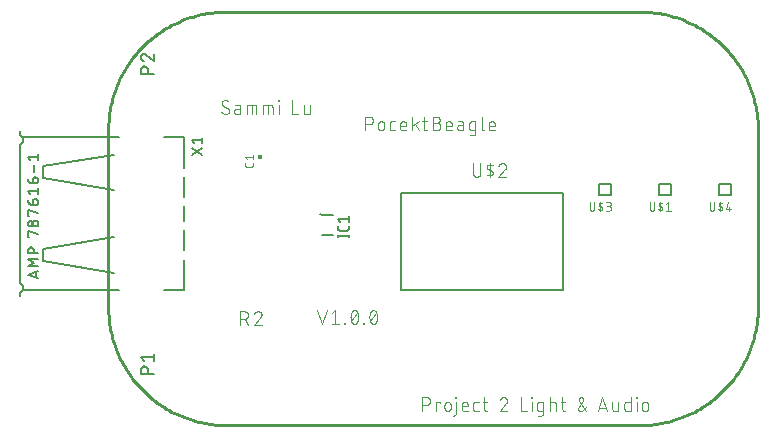
<source format=gbr>
G04 EAGLE Gerber RS-274X export*
G75*
%MOMM*%
%FSLAX34Y34*%
%LPD*%
%INSilkscreen Top*%
%IPPOS*%
%AMOC8*
5,1,8,0,0,1.08239X$1,22.5*%
G01*
%ADD10C,0.101600*%
%ADD11C,0.254000*%
%ADD12C,0.152400*%
%ADD13C,0.127000*%
%ADD14C,0.076200*%
%ADD15C,0.203200*%
%ADD16C,0.409562*%


D10*
X353568Y36068D02*
X353568Y47752D01*
X356814Y47752D01*
X356927Y47750D01*
X357040Y47744D01*
X357153Y47734D01*
X357266Y47720D01*
X357378Y47703D01*
X357489Y47681D01*
X357599Y47656D01*
X357709Y47626D01*
X357817Y47593D01*
X357924Y47556D01*
X358030Y47516D01*
X358134Y47471D01*
X358237Y47423D01*
X358338Y47372D01*
X358437Y47317D01*
X358534Y47259D01*
X358629Y47197D01*
X358722Y47132D01*
X358812Y47064D01*
X358900Y46993D01*
X358986Y46918D01*
X359069Y46841D01*
X359149Y46761D01*
X359226Y46678D01*
X359301Y46592D01*
X359372Y46504D01*
X359440Y46414D01*
X359505Y46321D01*
X359567Y46226D01*
X359625Y46129D01*
X359680Y46030D01*
X359731Y45929D01*
X359779Y45826D01*
X359824Y45722D01*
X359864Y45616D01*
X359901Y45509D01*
X359934Y45401D01*
X359964Y45291D01*
X359989Y45181D01*
X360011Y45070D01*
X360028Y44958D01*
X360042Y44845D01*
X360052Y44732D01*
X360058Y44619D01*
X360060Y44506D01*
X360058Y44393D01*
X360052Y44280D01*
X360042Y44167D01*
X360028Y44054D01*
X360011Y43942D01*
X359989Y43831D01*
X359964Y43721D01*
X359934Y43611D01*
X359901Y43503D01*
X359864Y43396D01*
X359824Y43290D01*
X359779Y43186D01*
X359731Y43083D01*
X359680Y42982D01*
X359625Y42883D01*
X359567Y42786D01*
X359505Y42691D01*
X359440Y42598D01*
X359372Y42508D01*
X359301Y42420D01*
X359226Y42334D01*
X359149Y42251D01*
X359069Y42171D01*
X358986Y42094D01*
X358900Y42019D01*
X358812Y41948D01*
X358722Y41880D01*
X358629Y41815D01*
X358534Y41753D01*
X358437Y41695D01*
X358338Y41640D01*
X358237Y41589D01*
X358134Y41541D01*
X358030Y41496D01*
X357924Y41456D01*
X357817Y41419D01*
X357709Y41386D01*
X357599Y41356D01*
X357489Y41331D01*
X357378Y41309D01*
X357266Y41292D01*
X357153Y41278D01*
X357040Y41268D01*
X356927Y41262D01*
X356814Y41260D01*
X356814Y41261D02*
X353568Y41261D01*
X364782Y43857D02*
X364782Y36068D01*
X364782Y43857D02*
X368677Y43857D01*
X368677Y42559D01*
X372336Y41261D02*
X372336Y38664D01*
X372336Y41261D02*
X372338Y41362D01*
X372344Y41462D01*
X372354Y41562D01*
X372367Y41662D01*
X372385Y41761D01*
X372406Y41860D01*
X372431Y41957D01*
X372460Y42054D01*
X372493Y42149D01*
X372529Y42243D01*
X372569Y42335D01*
X372612Y42426D01*
X372659Y42515D01*
X372709Y42602D01*
X372763Y42688D01*
X372820Y42771D01*
X372880Y42851D01*
X372943Y42930D01*
X373010Y43006D01*
X373079Y43079D01*
X373151Y43149D01*
X373225Y43217D01*
X373302Y43282D01*
X373382Y43343D01*
X373464Y43402D01*
X373548Y43457D01*
X373634Y43509D01*
X373722Y43558D01*
X373812Y43603D01*
X373904Y43645D01*
X373997Y43683D01*
X374092Y43717D01*
X374187Y43748D01*
X374284Y43775D01*
X374382Y43798D01*
X374481Y43818D01*
X374581Y43833D01*
X374681Y43845D01*
X374781Y43853D01*
X374882Y43857D01*
X374982Y43857D01*
X375083Y43853D01*
X375183Y43845D01*
X375283Y43833D01*
X375383Y43818D01*
X375482Y43798D01*
X375580Y43775D01*
X375677Y43748D01*
X375772Y43717D01*
X375867Y43683D01*
X375960Y43645D01*
X376052Y43603D01*
X376142Y43558D01*
X376230Y43509D01*
X376316Y43457D01*
X376400Y43402D01*
X376482Y43343D01*
X376562Y43282D01*
X376639Y43217D01*
X376713Y43149D01*
X376785Y43079D01*
X376854Y43006D01*
X376921Y42930D01*
X376984Y42851D01*
X377044Y42771D01*
X377101Y42688D01*
X377155Y42602D01*
X377205Y42515D01*
X377252Y42426D01*
X377295Y42335D01*
X377335Y42243D01*
X377371Y42149D01*
X377404Y42054D01*
X377433Y41957D01*
X377458Y41860D01*
X377479Y41761D01*
X377497Y41662D01*
X377510Y41562D01*
X377520Y41462D01*
X377526Y41362D01*
X377528Y41261D01*
X377529Y41261D02*
X377529Y38664D01*
X377528Y38664D02*
X377526Y38563D01*
X377520Y38463D01*
X377510Y38363D01*
X377497Y38263D01*
X377479Y38164D01*
X377458Y38065D01*
X377433Y37968D01*
X377404Y37871D01*
X377371Y37776D01*
X377335Y37682D01*
X377295Y37590D01*
X377252Y37499D01*
X377205Y37410D01*
X377155Y37323D01*
X377101Y37237D01*
X377044Y37154D01*
X376984Y37074D01*
X376921Y36995D01*
X376854Y36919D01*
X376785Y36846D01*
X376713Y36776D01*
X376639Y36708D01*
X376562Y36643D01*
X376482Y36582D01*
X376400Y36523D01*
X376316Y36468D01*
X376230Y36416D01*
X376142Y36367D01*
X376052Y36322D01*
X375960Y36280D01*
X375867Y36242D01*
X375772Y36208D01*
X375677Y36177D01*
X375580Y36150D01*
X375482Y36127D01*
X375383Y36107D01*
X375283Y36092D01*
X375183Y36080D01*
X375083Y36072D01*
X374982Y36068D01*
X374882Y36068D01*
X374781Y36072D01*
X374681Y36080D01*
X374581Y36092D01*
X374481Y36107D01*
X374382Y36127D01*
X374284Y36150D01*
X374187Y36177D01*
X374092Y36208D01*
X373997Y36242D01*
X373904Y36280D01*
X373812Y36322D01*
X373722Y36367D01*
X373634Y36416D01*
X373548Y36468D01*
X373464Y36523D01*
X373382Y36582D01*
X373302Y36643D01*
X373225Y36708D01*
X373151Y36776D01*
X373079Y36846D01*
X373010Y36919D01*
X372943Y36995D01*
X372880Y37074D01*
X372820Y37154D01*
X372763Y37237D01*
X372709Y37323D01*
X372659Y37410D01*
X372612Y37499D01*
X372569Y37590D01*
X372529Y37682D01*
X372493Y37776D01*
X372460Y37871D01*
X372431Y37968D01*
X372406Y38065D01*
X372385Y38164D01*
X372367Y38263D01*
X372354Y38363D01*
X372344Y38463D01*
X372338Y38563D01*
X372336Y38664D01*
X381974Y34121D02*
X381974Y43857D01*
X381973Y34121D02*
X381971Y34034D01*
X381965Y33946D01*
X381955Y33860D01*
X381942Y33773D01*
X381924Y33688D01*
X381903Y33603D01*
X381878Y33519D01*
X381849Y33437D01*
X381816Y33356D01*
X381780Y33276D01*
X381741Y33198D01*
X381697Y33122D01*
X381651Y33048D01*
X381601Y32977D01*
X381548Y32907D01*
X381492Y32840D01*
X381433Y32776D01*
X381372Y32714D01*
X381307Y32655D01*
X381240Y32599D01*
X381170Y32546D01*
X381099Y32496D01*
X381025Y32450D01*
X380949Y32406D01*
X380871Y32367D01*
X380791Y32331D01*
X380710Y32298D01*
X380628Y32269D01*
X380544Y32244D01*
X380459Y32223D01*
X380374Y32205D01*
X380287Y32192D01*
X380201Y32182D01*
X380113Y32176D01*
X380026Y32174D01*
X380026Y32173D02*
X379377Y32173D01*
X381649Y47103D02*
X381649Y47752D01*
X382298Y47752D01*
X382298Y47103D01*
X381649Y47103D01*
X388761Y36068D02*
X392007Y36068D01*
X388761Y36068D02*
X388674Y36070D01*
X388586Y36076D01*
X388500Y36086D01*
X388413Y36099D01*
X388328Y36117D01*
X388243Y36138D01*
X388159Y36163D01*
X388077Y36192D01*
X387996Y36225D01*
X387916Y36261D01*
X387838Y36300D01*
X387762Y36344D01*
X387688Y36390D01*
X387617Y36440D01*
X387547Y36493D01*
X387480Y36549D01*
X387416Y36608D01*
X387354Y36670D01*
X387295Y36734D01*
X387239Y36801D01*
X387186Y36871D01*
X387136Y36942D01*
X387090Y37016D01*
X387046Y37092D01*
X387007Y37170D01*
X386971Y37250D01*
X386938Y37331D01*
X386909Y37413D01*
X386884Y37497D01*
X386863Y37582D01*
X386845Y37667D01*
X386832Y37754D01*
X386822Y37840D01*
X386816Y37928D01*
X386814Y38015D01*
X386814Y41261D01*
X386816Y41362D01*
X386822Y41462D01*
X386832Y41562D01*
X386845Y41662D01*
X386863Y41761D01*
X386884Y41860D01*
X386909Y41957D01*
X386938Y42054D01*
X386971Y42149D01*
X387007Y42243D01*
X387047Y42335D01*
X387090Y42426D01*
X387137Y42515D01*
X387187Y42602D01*
X387241Y42688D01*
X387298Y42771D01*
X387358Y42851D01*
X387421Y42930D01*
X387488Y43006D01*
X387557Y43079D01*
X387629Y43149D01*
X387703Y43217D01*
X387780Y43282D01*
X387860Y43343D01*
X387942Y43402D01*
X388026Y43457D01*
X388112Y43509D01*
X388200Y43558D01*
X388290Y43603D01*
X388382Y43645D01*
X388475Y43683D01*
X388570Y43717D01*
X388665Y43748D01*
X388762Y43775D01*
X388860Y43798D01*
X388959Y43818D01*
X389059Y43833D01*
X389159Y43845D01*
X389259Y43853D01*
X389360Y43857D01*
X389460Y43857D01*
X389561Y43853D01*
X389661Y43845D01*
X389761Y43833D01*
X389861Y43818D01*
X389960Y43798D01*
X390058Y43775D01*
X390155Y43748D01*
X390250Y43717D01*
X390345Y43683D01*
X390438Y43645D01*
X390530Y43603D01*
X390620Y43558D01*
X390708Y43509D01*
X390794Y43457D01*
X390878Y43402D01*
X390960Y43343D01*
X391040Y43282D01*
X391117Y43217D01*
X391191Y43149D01*
X391263Y43079D01*
X391332Y43006D01*
X391399Y42930D01*
X391462Y42851D01*
X391522Y42771D01*
X391579Y42688D01*
X391633Y42602D01*
X391683Y42515D01*
X391730Y42426D01*
X391773Y42335D01*
X391813Y42243D01*
X391849Y42149D01*
X391882Y42054D01*
X391911Y41957D01*
X391936Y41860D01*
X391957Y41761D01*
X391975Y41662D01*
X391988Y41562D01*
X391998Y41462D01*
X392004Y41362D01*
X392006Y41261D01*
X392007Y41261D02*
X392007Y39963D01*
X386814Y39963D01*
X398680Y36068D02*
X401277Y36068D01*
X398680Y36068D02*
X398593Y36070D01*
X398505Y36076D01*
X398419Y36086D01*
X398332Y36099D01*
X398247Y36117D01*
X398162Y36138D01*
X398078Y36163D01*
X397996Y36192D01*
X397915Y36225D01*
X397835Y36261D01*
X397757Y36300D01*
X397681Y36344D01*
X397607Y36390D01*
X397536Y36440D01*
X397466Y36493D01*
X397399Y36549D01*
X397335Y36608D01*
X397273Y36670D01*
X397214Y36734D01*
X397158Y36801D01*
X397105Y36871D01*
X397055Y36942D01*
X397009Y37016D01*
X396965Y37092D01*
X396926Y37170D01*
X396890Y37250D01*
X396857Y37331D01*
X396828Y37413D01*
X396803Y37497D01*
X396782Y37582D01*
X396764Y37667D01*
X396751Y37754D01*
X396741Y37840D01*
X396735Y37928D01*
X396733Y38015D01*
X396733Y41910D01*
X396735Y41997D01*
X396741Y42085D01*
X396751Y42171D01*
X396764Y42258D01*
X396782Y42343D01*
X396803Y42428D01*
X396828Y42512D01*
X396857Y42594D01*
X396890Y42675D01*
X396926Y42755D01*
X396965Y42833D01*
X397009Y42909D01*
X397055Y42983D01*
X397105Y43054D01*
X397158Y43124D01*
X397214Y43191D01*
X397273Y43255D01*
X397335Y43317D01*
X397399Y43376D01*
X397466Y43432D01*
X397536Y43485D01*
X397607Y43535D01*
X397681Y43581D01*
X397757Y43625D01*
X397835Y43664D01*
X397915Y43700D01*
X397996Y43733D01*
X398078Y43762D01*
X398162Y43787D01*
X398247Y43808D01*
X398332Y43826D01*
X398419Y43839D01*
X398505Y43849D01*
X398593Y43855D01*
X398680Y43857D01*
X401277Y43857D01*
X404515Y43857D02*
X408410Y43857D01*
X405814Y47752D02*
X405814Y38015D01*
X405816Y37928D01*
X405822Y37840D01*
X405832Y37754D01*
X405845Y37667D01*
X405863Y37582D01*
X405884Y37497D01*
X405909Y37413D01*
X405938Y37331D01*
X405971Y37250D01*
X406007Y37170D01*
X406046Y37092D01*
X406090Y37016D01*
X406136Y36942D01*
X406186Y36871D01*
X406239Y36801D01*
X406295Y36734D01*
X406354Y36670D01*
X406416Y36608D01*
X406480Y36549D01*
X406547Y36493D01*
X406617Y36440D01*
X406688Y36390D01*
X406762Y36344D01*
X406838Y36300D01*
X406916Y36261D01*
X406996Y36225D01*
X407077Y36192D01*
X407159Y36163D01*
X407243Y36138D01*
X407328Y36117D01*
X407413Y36099D01*
X407500Y36086D01*
X407586Y36076D01*
X407674Y36070D01*
X407761Y36068D01*
X408410Y36068D01*
X422501Y47752D02*
X422608Y47750D01*
X422714Y47744D01*
X422820Y47734D01*
X422926Y47721D01*
X423032Y47703D01*
X423136Y47682D01*
X423240Y47657D01*
X423343Y47628D01*
X423444Y47596D01*
X423544Y47559D01*
X423643Y47519D01*
X423741Y47476D01*
X423837Y47429D01*
X423931Y47378D01*
X424023Y47324D01*
X424113Y47267D01*
X424201Y47207D01*
X424286Y47143D01*
X424369Y47076D01*
X424450Y47006D01*
X424528Y46934D01*
X424604Y46858D01*
X424676Y46780D01*
X424746Y46699D01*
X424813Y46616D01*
X424877Y46531D01*
X424937Y46443D01*
X424994Y46353D01*
X425048Y46261D01*
X425099Y46167D01*
X425146Y46071D01*
X425189Y45973D01*
X425229Y45874D01*
X425266Y45774D01*
X425298Y45673D01*
X425327Y45570D01*
X425352Y45466D01*
X425373Y45362D01*
X425391Y45256D01*
X425404Y45150D01*
X425414Y45044D01*
X425420Y44938D01*
X425422Y44831D01*
X422501Y47752D02*
X422380Y47750D01*
X422259Y47744D01*
X422139Y47734D01*
X422018Y47721D01*
X421899Y47703D01*
X421779Y47682D01*
X421661Y47657D01*
X421544Y47628D01*
X421427Y47595D01*
X421312Y47559D01*
X421198Y47518D01*
X421085Y47475D01*
X420973Y47427D01*
X420864Y47376D01*
X420756Y47321D01*
X420649Y47263D01*
X420545Y47202D01*
X420443Y47137D01*
X420343Y47069D01*
X420245Y46998D01*
X420149Y46924D01*
X420056Y46847D01*
X419966Y46766D01*
X419878Y46683D01*
X419793Y46597D01*
X419710Y46508D01*
X419631Y46417D01*
X419554Y46323D01*
X419481Y46227D01*
X419411Y46129D01*
X419344Y46028D01*
X419280Y45925D01*
X419220Y45820D01*
X419163Y45713D01*
X419109Y45605D01*
X419059Y45495D01*
X419013Y45383D01*
X418970Y45270D01*
X418931Y45155D01*
X424448Y42559D02*
X424527Y42636D01*
X424603Y42717D01*
X424676Y42800D01*
X424746Y42885D01*
X424813Y42973D01*
X424877Y43063D01*
X424937Y43155D01*
X424994Y43250D01*
X425048Y43346D01*
X425099Y43444D01*
X425146Y43544D01*
X425190Y43646D01*
X425230Y43749D01*
X425266Y43853D01*
X425298Y43959D01*
X425327Y44065D01*
X425352Y44173D01*
X425374Y44281D01*
X425391Y44391D01*
X425405Y44500D01*
X425414Y44610D01*
X425420Y44721D01*
X425422Y44831D01*
X424448Y42559D02*
X418931Y36068D01*
X425422Y36068D01*
X436860Y36068D02*
X436860Y47752D01*
X436860Y36068D02*
X442053Y36068D01*
X446179Y36068D02*
X446179Y43857D01*
X445855Y47103D02*
X445855Y47752D01*
X446504Y47752D01*
X446504Y47103D01*
X445855Y47103D01*
X452710Y36068D02*
X455956Y36068D01*
X452710Y36068D02*
X452623Y36070D01*
X452535Y36076D01*
X452449Y36086D01*
X452362Y36099D01*
X452277Y36117D01*
X452192Y36138D01*
X452108Y36163D01*
X452026Y36192D01*
X451945Y36225D01*
X451865Y36261D01*
X451787Y36300D01*
X451711Y36344D01*
X451637Y36390D01*
X451566Y36440D01*
X451496Y36493D01*
X451429Y36549D01*
X451365Y36608D01*
X451303Y36670D01*
X451244Y36734D01*
X451188Y36801D01*
X451135Y36871D01*
X451085Y36942D01*
X451039Y37016D01*
X450995Y37092D01*
X450956Y37170D01*
X450920Y37250D01*
X450887Y37331D01*
X450858Y37413D01*
X450833Y37497D01*
X450812Y37582D01*
X450794Y37667D01*
X450781Y37754D01*
X450771Y37840D01*
X450765Y37928D01*
X450763Y38015D01*
X450763Y41910D01*
X450765Y41997D01*
X450771Y42085D01*
X450781Y42171D01*
X450794Y42258D01*
X450812Y42343D01*
X450833Y42428D01*
X450858Y42512D01*
X450887Y42594D01*
X450920Y42675D01*
X450956Y42755D01*
X450995Y42833D01*
X451039Y42909D01*
X451085Y42983D01*
X451135Y43054D01*
X451188Y43124D01*
X451244Y43191D01*
X451303Y43255D01*
X451365Y43317D01*
X451429Y43376D01*
X451496Y43432D01*
X451566Y43485D01*
X451637Y43535D01*
X451711Y43581D01*
X451787Y43625D01*
X451865Y43664D01*
X451945Y43700D01*
X452026Y43733D01*
X452108Y43762D01*
X452192Y43787D01*
X452277Y43808D01*
X452362Y43826D01*
X452449Y43839D01*
X452535Y43849D01*
X452623Y43855D01*
X452710Y43857D01*
X455956Y43857D01*
X455956Y34121D01*
X455955Y34121D02*
X455953Y34034D01*
X455947Y33946D01*
X455937Y33860D01*
X455924Y33773D01*
X455906Y33688D01*
X455885Y33603D01*
X455860Y33519D01*
X455831Y33437D01*
X455798Y33356D01*
X455762Y33276D01*
X455723Y33198D01*
X455679Y33122D01*
X455633Y33048D01*
X455583Y32977D01*
X455530Y32907D01*
X455474Y32840D01*
X455415Y32776D01*
X455354Y32714D01*
X455289Y32655D01*
X455222Y32599D01*
X455152Y32546D01*
X455081Y32496D01*
X455007Y32450D01*
X454931Y32406D01*
X454853Y32367D01*
X454773Y32331D01*
X454692Y32298D01*
X454610Y32269D01*
X454526Y32244D01*
X454441Y32223D01*
X454356Y32205D01*
X454269Y32192D01*
X454183Y32182D01*
X454095Y32176D01*
X454008Y32174D01*
X454008Y32173D02*
X451412Y32173D01*
X461490Y36068D02*
X461490Y47752D01*
X461490Y43857D02*
X464735Y43857D01*
X464822Y43855D01*
X464910Y43849D01*
X464996Y43839D01*
X465083Y43826D01*
X465168Y43808D01*
X465253Y43787D01*
X465337Y43762D01*
X465419Y43733D01*
X465500Y43700D01*
X465580Y43664D01*
X465658Y43625D01*
X465734Y43581D01*
X465808Y43535D01*
X465879Y43485D01*
X465949Y43432D01*
X466016Y43376D01*
X466080Y43317D01*
X466142Y43256D01*
X466201Y43191D01*
X466257Y43124D01*
X466310Y43054D01*
X466360Y42983D01*
X466406Y42909D01*
X466450Y42833D01*
X466489Y42755D01*
X466525Y42675D01*
X466558Y42594D01*
X466587Y42512D01*
X466612Y42428D01*
X466633Y42343D01*
X466651Y42258D01*
X466664Y42171D01*
X466674Y42085D01*
X466680Y41997D01*
X466682Y41910D01*
X466682Y36068D01*
X470809Y43857D02*
X474704Y43857D01*
X472108Y47752D02*
X472108Y38015D01*
X472110Y37928D01*
X472116Y37840D01*
X472126Y37754D01*
X472139Y37667D01*
X472157Y37582D01*
X472178Y37497D01*
X472203Y37413D01*
X472232Y37331D01*
X472265Y37250D01*
X472301Y37170D01*
X472340Y37092D01*
X472384Y37016D01*
X472430Y36942D01*
X472480Y36871D01*
X472533Y36801D01*
X472589Y36734D01*
X472648Y36670D01*
X472710Y36608D01*
X472774Y36549D01*
X472841Y36493D01*
X472911Y36440D01*
X472982Y36390D01*
X473056Y36344D01*
X473132Y36300D01*
X473210Y36261D01*
X473290Y36225D01*
X473371Y36192D01*
X473453Y36163D01*
X473537Y36138D01*
X473622Y36117D01*
X473707Y36099D01*
X473794Y36086D01*
X473880Y36076D01*
X473968Y36070D01*
X474055Y36068D01*
X474704Y36068D01*
X486438Y44831D02*
X486394Y44906D01*
X486354Y44982D01*
X486317Y45060D01*
X486283Y45140D01*
X486253Y45221D01*
X486227Y45304D01*
X486205Y45387D01*
X486186Y45472D01*
X486171Y45557D01*
X486160Y45643D01*
X486153Y45729D01*
X486150Y45815D01*
X486151Y45902D01*
X486156Y45988D01*
X486164Y46074D01*
X486177Y46160D01*
X486193Y46245D01*
X486213Y46329D01*
X486237Y46412D01*
X486265Y46494D01*
X486296Y46575D01*
X486331Y46654D01*
X486370Y46731D01*
X486412Y46807D01*
X486457Y46880D01*
X486506Y46952D01*
X486558Y47021D01*
X486613Y47088D01*
X486671Y47152D01*
X486731Y47214D01*
X486795Y47272D01*
X486861Y47328D01*
X486929Y47381D01*
X487000Y47431D01*
X487073Y47477D01*
X487148Y47520D01*
X487225Y47560D01*
X487304Y47596D01*
X487384Y47628D01*
X487466Y47657D01*
X487548Y47682D01*
X487632Y47703D01*
X487717Y47721D01*
X487802Y47734D01*
X487888Y47744D01*
X487975Y47750D01*
X488061Y47752D01*
X486438Y44831D02*
X491955Y36068D01*
X489684Y44831D02*
X489728Y44906D01*
X489768Y44982D01*
X489805Y45060D01*
X489839Y45140D01*
X489869Y45221D01*
X489895Y45304D01*
X489917Y45387D01*
X489936Y45472D01*
X489951Y45557D01*
X489962Y45643D01*
X489969Y45729D01*
X489972Y45815D01*
X489971Y45902D01*
X489966Y45988D01*
X489958Y46074D01*
X489945Y46160D01*
X489929Y46245D01*
X489909Y46329D01*
X489885Y46412D01*
X489857Y46494D01*
X489826Y46574D01*
X489791Y46654D01*
X489752Y46731D01*
X489710Y46807D01*
X489665Y46880D01*
X489616Y46952D01*
X489564Y47021D01*
X489509Y47088D01*
X489451Y47152D01*
X489391Y47214D01*
X489327Y47272D01*
X489261Y47328D01*
X489193Y47381D01*
X489122Y47431D01*
X489049Y47477D01*
X488974Y47520D01*
X488897Y47560D01*
X488818Y47596D01*
X488738Y47628D01*
X488656Y47657D01*
X488574Y47682D01*
X488490Y47703D01*
X488405Y47721D01*
X488320Y47734D01*
X488234Y47744D01*
X488147Y47750D01*
X488061Y47752D01*
X485465Y38015D02*
X485467Y37928D01*
X485473Y37840D01*
X485483Y37754D01*
X485496Y37667D01*
X485514Y37582D01*
X485535Y37497D01*
X485560Y37413D01*
X485589Y37331D01*
X485622Y37250D01*
X485658Y37170D01*
X485697Y37092D01*
X485741Y37016D01*
X485787Y36942D01*
X485837Y36871D01*
X485890Y36801D01*
X485946Y36734D01*
X486005Y36670D01*
X486067Y36608D01*
X486131Y36549D01*
X486198Y36493D01*
X486268Y36440D01*
X486339Y36390D01*
X486413Y36344D01*
X486489Y36300D01*
X486567Y36261D01*
X486647Y36225D01*
X486728Y36192D01*
X486810Y36163D01*
X486894Y36138D01*
X486979Y36117D01*
X487064Y36099D01*
X487151Y36086D01*
X487237Y36076D01*
X487325Y36070D01*
X487412Y36068D01*
X485464Y38015D02*
X485466Y38090D01*
X485471Y38164D01*
X485479Y38238D01*
X485491Y38312D01*
X485507Y38385D01*
X485525Y38457D01*
X485547Y38528D01*
X485572Y38598D01*
X485601Y38667D01*
X485632Y38735D01*
X485667Y38801D01*
X485705Y38865D01*
X485745Y38928D01*
X485789Y38989D01*
X489684Y44831D01*
X488386Y36393D02*
X488325Y36349D01*
X488262Y36309D01*
X488198Y36271D01*
X488132Y36236D01*
X488064Y36205D01*
X487995Y36176D01*
X487925Y36151D01*
X487854Y36129D01*
X487782Y36111D01*
X487709Y36095D01*
X487635Y36083D01*
X487561Y36075D01*
X487487Y36070D01*
X487412Y36068D01*
X488385Y36393D02*
X493254Y39963D01*
X502101Y36068D02*
X505996Y47752D01*
X509891Y36068D01*
X508917Y38989D02*
X503075Y38989D01*
X514449Y38015D02*
X514449Y43857D01*
X514449Y38015D02*
X514451Y37928D01*
X514457Y37840D01*
X514467Y37754D01*
X514480Y37667D01*
X514498Y37582D01*
X514519Y37497D01*
X514544Y37413D01*
X514573Y37331D01*
X514606Y37250D01*
X514642Y37170D01*
X514681Y37092D01*
X514725Y37016D01*
X514771Y36942D01*
X514821Y36871D01*
X514874Y36801D01*
X514930Y36734D01*
X514989Y36670D01*
X515051Y36608D01*
X515115Y36549D01*
X515182Y36493D01*
X515252Y36440D01*
X515323Y36390D01*
X515397Y36344D01*
X515473Y36300D01*
X515551Y36261D01*
X515631Y36225D01*
X515712Y36192D01*
X515794Y36163D01*
X515878Y36138D01*
X515963Y36117D01*
X516048Y36099D01*
X516135Y36086D01*
X516221Y36076D01*
X516309Y36070D01*
X516396Y36068D01*
X519641Y36068D01*
X519641Y43857D01*
X529870Y47752D02*
X529870Y36068D01*
X526624Y36068D01*
X526537Y36070D01*
X526449Y36076D01*
X526363Y36086D01*
X526276Y36099D01*
X526191Y36117D01*
X526106Y36138D01*
X526022Y36163D01*
X525940Y36192D01*
X525859Y36225D01*
X525779Y36261D01*
X525701Y36300D01*
X525625Y36344D01*
X525551Y36390D01*
X525480Y36440D01*
X525410Y36493D01*
X525343Y36549D01*
X525279Y36608D01*
X525217Y36670D01*
X525158Y36734D01*
X525102Y36801D01*
X525049Y36871D01*
X524999Y36942D01*
X524953Y37016D01*
X524909Y37092D01*
X524870Y37170D01*
X524834Y37250D01*
X524801Y37331D01*
X524772Y37413D01*
X524747Y37497D01*
X524726Y37582D01*
X524708Y37667D01*
X524695Y37754D01*
X524685Y37840D01*
X524679Y37928D01*
X524677Y38015D01*
X524677Y41910D01*
X524679Y41997D01*
X524685Y42085D01*
X524695Y42171D01*
X524708Y42258D01*
X524726Y42343D01*
X524747Y42428D01*
X524772Y42512D01*
X524801Y42594D01*
X524834Y42675D01*
X524870Y42755D01*
X524909Y42833D01*
X524953Y42909D01*
X524999Y42983D01*
X525049Y43054D01*
X525102Y43124D01*
X525158Y43191D01*
X525217Y43255D01*
X525279Y43317D01*
X525343Y43376D01*
X525410Y43432D01*
X525480Y43485D01*
X525551Y43535D01*
X525625Y43581D01*
X525701Y43625D01*
X525779Y43664D01*
X525859Y43700D01*
X525940Y43733D01*
X526022Y43762D01*
X526106Y43787D01*
X526191Y43808D01*
X526276Y43826D01*
X526363Y43839D01*
X526449Y43849D01*
X526537Y43855D01*
X526624Y43857D01*
X529870Y43857D01*
X534952Y43857D02*
X534952Y36068D01*
X534627Y47103D02*
X534627Y47752D01*
X535276Y47752D01*
X535276Y47103D01*
X534627Y47103D01*
X539594Y41261D02*
X539594Y38664D01*
X539595Y41261D02*
X539597Y41362D01*
X539603Y41462D01*
X539613Y41562D01*
X539626Y41662D01*
X539644Y41761D01*
X539665Y41860D01*
X539690Y41957D01*
X539719Y42054D01*
X539752Y42149D01*
X539788Y42243D01*
X539828Y42335D01*
X539871Y42426D01*
X539918Y42515D01*
X539968Y42602D01*
X540022Y42688D01*
X540079Y42771D01*
X540139Y42851D01*
X540202Y42930D01*
X540269Y43006D01*
X540338Y43079D01*
X540410Y43149D01*
X540484Y43217D01*
X540561Y43282D01*
X540641Y43343D01*
X540723Y43402D01*
X540807Y43457D01*
X540893Y43509D01*
X540981Y43558D01*
X541071Y43603D01*
X541163Y43645D01*
X541256Y43683D01*
X541351Y43717D01*
X541446Y43748D01*
X541543Y43775D01*
X541641Y43798D01*
X541740Y43818D01*
X541840Y43833D01*
X541940Y43845D01*
X542040Y43853D01*
X542141Y43857D01*
X542241Y43857D01*
X542342Y43853D01*
X542442Y43845D01*
X542542Y43833D01*
X542642Y43818D01*
X542741Y43798D01*
X542839Y43775D01*
X542936Y43748D01*
X543031Y43717D01*
X543126Y43683D01*
X543219Y43645D01*
X543311Y43603D01*
X543401Y43558D01*
X543489Y43509D01*
X543575Y43457D01*
X543659Y43402D01*
X543741Y43343D01*
X543821Y43282D01*
X543898Y43217D01*
X543972Y43149D01*
X544044Y43079D01*
X544113Y43006D01*
X544180Y42930D01*
X544243Y42851D01*
X544303Y42771D01*
X544360Y42688D01*
X544414Y42602D01*
X544464Y42515D01*
X544511Y42426D01*
X544554Y42335D01*
X544594Y42243D01*
X544630Y42149D01*
X544663Y42054D01*
X544692Y41957D01*
X544717Y41860D01*
X544738Y41761D01*
X544756Y41662D01*
X544769Y41562D01*
X544779Y41462D01*
X544785Y41362D01*
X544787Y41261D01*
X544787Y38664D01*
X544785Y38563D01*
X544779Y38463D01*
X544769Y38363D01*
X544756Y38263D01*
X544738Y38164D01*
X544717Y38065D01*
X544692Y37968D01*
X544663Y37871D01*
X544630Y37776D01*
X544594Y37682D01*
X544554Y37590D01*
X544511Y37499D01*
X544464Y37410D01*
X544414Y37323D01*
X544360Y37237D01*
X544303Y37154D01*
X544243Y37074D01*
X544180Y36995D01*
X544113Y36919D01*
X544044Y36846D01*
X543972Y36776D01*
X543898Y36708D01*
X543821Y36643D01*
X543741Y36582D01*
X543659Y36523D01*
X543575Y36468D01*
X543489Y36416D01*
X543401Y36367D01*
X543311Y36322D01*
X543219Y36280D01*
X543126Y36242D01*
X543031Y36208D01*
X542936Y36177D01*
X542839Y36150D01*
X542741Y36127D01*
X542642Y36107D01*
X542542Y36092D01*
X542442Y36080D01*
X542342Y36072D01*
X542241Y36068D01*
X542141Y36068D01*
X542040Y36072D01*
X541940Y36080D01*
X541840Y36092D01*
X541740Y36107D01*
X541641Y36127D01*
X541543Y36150D01*
X541446Y36177D01*
X541351Y36208D01*
X541256Y36242D01*
X541163Y36280D01*
X541071Y36322D01*
X540981Y36367D01*
X540893Y36416D01*
X540807Y36468D01*
X540723Y36523D01*
X540641Y36582D01*
X540561Y36643D01*
X540484Y36708D01*
X540410Y36776D01*
X540338Y36846D01*
X540269Y36919D01*
X540202Y36995D01*
X540139Y37074D01*
X540079Y37154D01*
X540022Y37237D01*
X539968Y37323D01*
X539918Y37410D01*
X539871Y37499D01*
X539828Y37590D01*
X539788Y37682D01*
X539752Y37776D01*
X539719Y37871D01*
X539690Y37968D01*
X539665Y38065D01*
X539644Y38164D01*
X539626Y38263D01*
X539613Y38363D01*
X539603Y38463D01*
X539597Y38563D01*
X539595Y38664D01*
X189879Y290124D02*
X189877Y290025D01*
X189871Y289925D01*
X189862Y289826D01*
X189849Y289728D01*
X189832Y289630D01*
X189811Y289532D01*
X189786Y289436D01*
X189758Y289341D01*
X189726Y289247D01*
X189691Y289154D01*
X189652Y289062D01*
X189609Y288972D01*
X189564Y288884D01*
X189514Y288797D01*
X189462Y288713D01*
X189406Y288630D01*
X189348Y288550D01*
X189286Y288472D01*
X189221Y288397D01*
X189153Y288324D01*
X189083Y288254D01*
X189010Y288186D01*
X188935Y288121D01*
X188857Y288059D01*
X188777Y288001D01*
X188694Y287945D01*
X188610Y287893D01*
X188523Y287843D01*
X188435Y287798D01*
X188345Y287755D01*
X188253Y287716D01*
X188160Y287681D01*
X188066Y287649D01*
X187971Y287621D01*
X187875Y287596D01*
X187777Y287575D01*
X187679Y287558D01*
X187581Y287545D01*
X187482Y287536D01*
X187382Y287530D01*
X187283Y287528D01*
X187139Y287530D01*
X186994Y287536D01*
X186850Y287545D01*
X186707Y287558D01*
X186563Y287575D01*
X186420Y287596D01*
X186278Y287621D01*
X186137Y287649D01*
X185996Y287681D01*
X185856Y287717D01*
X185717Y287756D01*
X185579Y287799D01*
X185443Y287846D01*
X185307Y287896D01*
X185173Y287950D01*
X185041Y288007D01*
X184910Y288068D01*
X184781Y288132D01*
X184653Y288200D01*
X184527Y288270D01*
X184403Y288345D01*
X184282Y288422D01*
X184162Y288503D01*
X184044Y288586D01*
X183929Y288673D01*
X183816Y288763D01*
X183705Y288856D01*
X183597Y288951D01*
X183491Y289050D01*
X183388Y289151D01*
X183713Y296616D02*
X183715Y296715D01*
X183721Y296815D01*
X183730Y296914D01*
X183743Y297012D01*
X183760Y297110D01*
X183781Y297208D01*
X183806Y297304D01*
X183834Y297399D01*
X183866Y297493D01*
X183901Y297586D01*
X183940Y297678D01*
X183983Y297768D01*
X184028Y297856D01*
X184078Y297943D01*
X184130Y298027D01*
X184186Y298110D01*
X184244Y298190D01*
X184306Y298268D01*
X184371Y298343D01*
X184439Y298416D01*
X184509Y298486D01*
X184582Y298554D01*
X184657Y298619D01*
X184735Y298681D01*
X184815Y298739D01*
X184898Y298795D01*
X184982Y298847D01*
X185069Y298897D01*
X185157Y298942D01*
X185247Y298985D01*
X185339Y299024D01*
X185432Y299059D01*
X185526Y299091D01*
X185621Y299119D01*
X185718Y299144D01*
X185815Y299165D01*
X185913Y299182D01*
X186011Y299195D01*
X186110Y299204D01*
X186210Y299210D01*
X186309Y299212D01*
X186445Y299210D01*
X186581Y299204D01*
X186717Y299195D01*
X186853Y299182D01*
X186988Y299164D01*
X187122Y299144D01*
X187256Y299119D01*
X187390Y299091D01*
X187522Y299058D01*
X187653Y299023D01*
X187784Y298983D01*
X187913Y298940D01*
X188041Y298894D01*
X188167Y298843D01*
X188293Y298790D01*
X188416Y298732D01*
X188538Y298672D01*
X188658Y298608D01*
X188777Y298540D01*
X188893Y298470D01*
X189007Y298396D01*
X189120Y298319D01*
X189230Y298238D01*
X185011Y294344D02*
X184925Y294397D01*
X184841Y294454D01*
X184759Y294513D01*
X184679Y294576D01*
X184602Y294642D01*
X184527Y294710D01*
X184455Y294782D01*
X184386Y294856D01*
X184320Y294933D01*
X184257Y295012D01*
X184197Y295094D01*
X184140Y295178D01*
X184086Y295264D01*
X184036Y295352D01*
X183989Y295442D01*
X183945Y295533D01*
X183906Y295627D01*
X183869Y295721D01*
X183837Y295817D01*
X183808Y295915D01*
X183783Y296013D01*
X183762Y296112D01*
X183744Y296212D01*
X183731Y296312D01*
X183721Y296413D01*
X183715Y296515D01*
X183713Y296616D01*
X188581Y292396D02*
X188667Y292343D01*
X188751Y292286D01*
X188833Y292227D01*
X188913Y292164D01*
X188990Y292098D01*
X189065Y292030D01*
X189137Y291958D01*
X189206Y291884D01*
X189272Y291807D01*
X189335Y291728D01*
X189395Y291646D01*
X189452Y291562D01*
X189506Y291476D01*
X189556Y291388D01*
X189603Y291298D01*
X189647Y291207D01*
X189686Y291113D01*
X189723Y291019D01*
X189755Y290923D01*
X189784Y290825D01*
X189809Y290727D01*
X189830Y290628D01*
X189848Y290528D01*
X189861Y290428D01*
X189871Y290327D01*
X189877Y290225D01*
X189879Y290124D01*
X188581Y292396D02*
X185011Y294344D01*
X196537Y292072D02*
X199458Y292072D01*
X196537Y292072D02*
X196443Y292070D01*
X196349Y292064D01*
X196256Y292055D01*
X196163Y292041D01*
X196071Y292024D01*
X195979Y292002D01*
X195889Y291978D01*
X195799Y291949D01*
X195711Y291917D01*
X195624Y291881D01*
X195539Y291841D01*
X195456Y291798D01*
X195374Y291752D01*
X195294Y291702D01*
X195217Y291649D01*
X195142Y291593D01*
X195069Y291534D01*
X194998Y291472D01*
X194930Y291407D01*
X194865Y291339D01*
X194803Y291268D01*
X194744Y291195D01*
X194688Y291120D01*
X194635Y291043D01*
X194585Y290963D01*
X194539Y290881D01*
X194496Y290798D01*
X194456Y290713D01*
X194420Y290626D01*
X194388Y290538D01*
X194359Y290448D01*
X194335Y290358D01*
X194313Y290266D01*
X194296Y290174D01*
X194282Y290081D01*
X194273Y289988D01*
X194267Y289894D01*
X194265Y289800D01*
X194267Y289706D01*
X194273Y289612D01*
X194282Y289519D01*
X194296Y289426D01*
X194313Y289334D01*
X194335Y289242D01*
X194359Y289152D01*
X194388Y289062D01*
X194420Y288974D01*
X194456Y288887D01*
X194496Y288802D01*
X194539Y288719D01*
X194585Y288637D01*
X194635Y288557D01*
X194688Y288480D01*
X194744Y288405D01*
X194803Y288332D01*
X194865Y288261D01*
X194930Y288193D01*
X194998Y288128D01*
X195069Y288066D01*
X195142Y288007D01*
X195217Y287951D01*
X195294Y287898D01*
X195374Y287848D01*
X195456Y287802D01*
X195539Y287759D01*
X195624Y287719D01*
X195711Y287683D01*
X195799Y287651D01*
X195889Y287622D01*
X195979Y287598D01*
X196071Y287576D01*
X196163Y287559D01*
X196256Y287545D01*
X196349Y287536D01*
X196443Y287530D01*
X196537Y287528D01*
X199458Y287528D01*
X199458Y293370D01*
X199456Y293457D01*
X199450Y293545D01*
X199440Y293631D01*
X199427Y293718D01*
X199409Y293803D01*
X199388Y293888D01*
X199363Y293972D01*
X199334Y294054D01*
X199301Y294135D01*
X199265Y294215D01*
X199226Y294293D01*
X199182Y294369D01*
X199136Y294443D01*
X199086Y294514D01*
X199033Y294584D01*
X198977Y294651D01*
X198918Y294715D01*
X198856Y294777D01*
X198792Y294836D01*
X198725Y294892D01*
X198655Y294945D01*
X198584Y294995D01*
X198510Y295041D01*
X198434Y295085D01*
X198356Y295124D01*
X198276Y295160D01*
X198195Y295193D01*
X198113Y295222D01*
X198029Y295247D01*
X197944Y295268D01*
X197859Y295286D01*
X197772Y295299D01*
X197686Y295309D01*
X197598Y295315D01*
X197511Y295317D01*
X194914Y295317D01*
X205218Y295317D02*
X205218Y287528D01*
X205218Y295317D02*
X211060Y295317D01*
X211147Y295315D01*
X211235Y295309D01*
X211321Y295299D01*
X211408Y295286D01*
X211493Y295268D01*
X211578Y295247D01*
X211662Y295222D01*
X211744Y295193D01*
X211825Y295160D01*
X211905Y295124D01*
X211983Y295085D01*
X212059Y295041D01*
X212133Y294995D01*
X212204Y294945D01*
X212274Y294892D01*
X212341Y294836D01*
X212405Y294777D01*
X212467Y294715D01*
X212526Y294651D01*
X212582Y294584D01*
X212635Y294514D01*
X212685Y294443D01*
X212731Y294369D01*
X212775Y294293D01*
X212814Y294215D01*
X212850Y294135D01*
X212883Y294054D01*
X212912Y293972D01*
X212937Y293888D01*
X212958Y293803D01*
X212976Y293718D01*
X212989Y293631D01*
X212999Y293545D01*
X213005Y293457D01*
X213007Y293370D01*
X213007Y287528D01*
X209113Y287528D02*
X209113Y295317D01*
X218934Y295317D02*
X218934Y287528D01*
X218934Y295317D02*
X224776Y295317D01*
X224863Y295315D01*
X224951Y295309D01*
X225037Y295299D01*
X225124Y295286D01*
X225209Y295268D01*
X225294Y295247D01*
X225378Y295222D01*
X225460Y295193D01*
X225541Y295160D01*
X225621Y295124D01*
X225699Y295085D01*
X225775Y295041D01*
X225849Y294995D01*
X225920Y294945D01*
X225990Y294892D01*
X226057Y294836D01*
X226121Y294777D01*
X226183Y294715D01*
X226242Y294651D01*
X226298Y294584D01*
X226351Y294514D01*
X226401Y294443D01*
X226447Y294369D01*
X226491Y294293D01*
X226530Y294215D01*
X226566Y294135D01*
X226599Y294054D01*
X226628Y293972D01*
X226653Y293888D01*
X226674Y293803D01*
X226692Y293718D01*
X226705Y293631D01*
X226715Y293545D01*
X226721Y293457D01*
X226723Y293370D01*
X226723Y287528D01*
X222829Y287528D02*
X222829Y295317D01*
X231972Y295317D02*
X231972Y287528D01*
X231648Y298563D02*
X231648Y299212D01*
X232297Y299212D01*
X232297Y298563D01*
X231648Y298563D01*
X243228Y299212D02*
X243228Y287528D01*
X248420Y287528D01*
X252998Y289475D02*
X252998Y295317D01*
X252998Y289475D02*
X253000Y289388D01*
X253006Y289300D01*
X253016Y289214D01*
X253029Y289127D01*
X253047Y289042D01*
X253068Y288957D01*
X253093Y288873D01*
X253122Y288791D01*
X253155Y288710D01*
X253191Y288630D01*
X253230Y288552D01*
X253274Y288476D01*
X253320Y288402D01*
X253370Y288331D01*
X253423Y288261D01*
X253479Y288194D01*
X253538Y288130D01*
X253600Y288068D01*
X253664Y288009D01*
X253731Y287953D01*
X253801Y287900D01*
X253872Y287850D01*
X253946Y287804D01*
X254022Y287760D01*
X254100Y287721D01*
X254180Y287685D01*
X254261Y287652D01*
X254343Y287623D01*
X254427Y287598D01*
X254512Y287577D01*
X254597Y287559D01*
X254684Y287546D01*
X254770Y287536D01*
X254858Y287530D01*
X254945Y287528D01*
X258191Y287528D01*
X258191Y295317D01*
X264668Y121412D02*
X268563Y109728D01*
X272457Y121412D01*
X276747Y118816D02*
X279993Y121412D01*
X279993Y109728D01*
X283238Y109728D02*
X276747Y109728D01*
X287669Y109728D02*
X287669Y110377D01*
X288318Y110377D01*
X288318Y109728D01*
X287669Y109728D01*
X292750Y115570D02*
X292753Y115800D01*
X292761Y116030D01*
X292775Y116259D01*
X292794Y116488D01*
X292819Y116717D01*
X292849Y116944D01*
X292884Y117172D01*
X292925Y117398D01*
X292971Y117623D01*
X293023Y117847D01*
X293080Y118069D01*
X293142Y118291D01*
X293210Y118510D01*
X293283Y118728D01*
X293361Y118945D01*
X293444Y119159D01*
X293532Y119371D01*
X293625Y119581D01*
X293724Y119789D01*
X293723Y119789D02*
X293756Y119879D01*
X293792Y119968D01*
X293832Y120056D01*
X293876Y120141D01*
X293923Y120225D01*
X293973Y120307D01*
X294027Y120387D01*
X294083Y120464D01*
X294143Y120540D01*
X294206Y120613D01*
X294271Y120683D01*
X294340Y120751D01*
X294411Y120815D01*
X294484Y120877D01*
X294560Y120936D01*
X294638Y120992D01*
X294719Y121045D01*
X294801Y121094D01*
X294885Y121140D01*
X294972Y121183D01*
X295059Y121222D01*
X295149Y121258D01*
X295239Y121290D01*
X295331Y121318D01*
X295424Y121343D01*
X295518Y121364D01*
X295612Y121381D01*
X295707Y121395D01*
X295803Y121404D01*
X295899Y121410D01*
X295995Y121412D01*
X296091Y121410D01*
X296187Y121404D01*
X296283Y121395D01*
X296378Y121381D01*
X296472Y121364D01*
X296566Y121343D01*
X296659Y121318D01*
X296751Y121290D01*
X296841Y121258D01*
X296931Y121222D01*
X297018Y121183D01*
X297105Y121140D01*
X297189Y121094D01*
X297271Y121045D01*
X297352Y120992D01*
X297430Y120936D01*
X297506Y120877D01*
X297579Y120815D01*
X297650Y120751D01*
X297719Y120683D01*
X297784Y120613D01*
X297847Y120540D01*
X297907Y120464D01*
X297963Y120387D01*
X298017Y120307D01*
X298067Y120225D01*
X298114Y120141D01*
X298158Y120056D01*
X298198Y119968D01*
X298234Y119879D01*
X298267Y119789D01*
X298366Y119582D01*
X298459Y119372D01*
X298547Y119159D01*
X298630Y118945D01*
X298708Y118729D01*
X298781Y118511D01*
X298849Y118291D01*
X298911Y118070D01*
X298968Y117847D01*
X299020Y117623D01*
X299066Y117398D01*
X299107Y117172D01*
X299142Y116945D01*
X299172Y116717D01*
X299197Y116488D01*
X299216Y116259D01*
X299230Y116030D01*
X299238Y115800D01*
X299241Y115570D01*
X292749Y115570D02*
X292752Y115340D01*
X292760Y115110D01*
X292774Y114881D01*
X292793Y114652D01*
X292818Y114423D01*
X292848Y114195D01*
X292883Y113968D01*
X292924Y113742D01*
X292970Y113517D01*
X293022Y113293D01*
X293079Y113070D01*
X293141Y112849D01*
X293209Y112629D01*
X293282Y112411D01*
X293360Y112195D01*
X293443Y111981D01*
X293531Y111769D01*
X293624Y111558D01*
X293723Y111351D01*
X293756Y111261D01*
X293792Y111172D01*
X293833Y111084D01*
X293876Y110999D01*
X293923Y110915D01*
X293973Y110833D01*
X294027Y110753D01*
X294083Y110676D01*
X294143Y110600D01*
X294206Y110527D01*
X294271Y110457D01*
X294340Y110389D01*
X294411Y110325D01*
X294484Y110263D01*
X294560Y110204D01*
X294638Y110148D01*
X294719Y110095D01*
X294801Y110046D01*
X294885Y110000D01*
X294972Y109957D01*
X295059Y109918D01*
X295149Y109882D01*
X295239Y109850D01*
X295331Y109822D01*
X295424Y109797D01*
X295518Y109776D01*
X295612Y109759D01*
X295707Y109745D01*
X295803Y109736D01*
X295899Y109730D01*
X295995Y109728D01*
X298266Y111351D02*
X298365Y111558D01*
X298458Y111769D01*
X298546Y111981D01*
X298629Y112195D01*
X298707Y112411D01*
X298780Y112629D01*
X298848Y112849D01*
X298910Y113070D01*
X298967Y113293D01*
X299019Y113517D01*
X299065Y113742D01*
X299106Y113968D01*
X299141Y114195D01*
X299171Y114423D01*
X299196Y114652D01*
X299215Y114881D01*
X299229Y115110D01*
X299237Y115340D01*
X299240Y115570D01*
X298267Y111351D02*
X298234Y111261D01*
X298198Y111172D01*
X298158Y111084D01*
X298114Y110999D01*
X298067Y110915D01*
X298017Y110833D01*
X297963Y110753D01*
X297907Y110676D01*
X297847Y110600D01*
X297784Y110527D01*
X297719Y110457D01*
X297650Y110389D01*
X297579Y110325D01*
X297506Y110263D01*
X297430Y110204D01*
X297352Y110148D01*
X297271Y110095D01*
X297189Y110046D01*
X297105Y110000D01*
X297018Y109957D01*
X296931Y109918D01*
X296841Y109882D01*
X296751Y109850D01*
X296659Y109822D01*
X296566Y109797D01*
X296472Y109776D01*
X296378Y109759D01*
X296283Y109745D01*
X296187Y109736D01*
X296091Y109730D01*
X295995Y109728D01*
X293398Y112324D02*
X298591Y118816D01*
X303671Y110377D02*
X303671Y109728D01*
X303671Y110377D02*
X304320Y110377D01*
X304320Y109728D01*
X303671Y109728D01*
X308751Y115570D02*
X308754Y115800D01*
X308762Y116030D01*
X308776Y116259D01*
X308795Y116488D01*
X308820Y116717D01*
X308850Y116944D01*
X308885Y117172D01*
X308926Y117398D01*
X308972Y117623D01*
X309024Y117847D01*
X309081Y118069D01*
X309143Y118291D01*
X309211Y118510D01*
X309284Y118728D01*
X309362Y118945D01*
X309445Y119159D01*
X309533Y119371D01*
X309626Y119581D01*
X309725Y119789D01*
X309758Y119879D01*
X309794Y119968D01*
X309834Y120056D01*
X309878Y120141D01*
X309925Y120225D01*
X309975Y120307D01*
X310029Y120387D01*
X310085Y120464D01*
X310145Y120540D01*
X310208Y120613D01*
X310273Y120683D01*
X310342Y120751D01*
X310413Y120815D01*
X310486Y120877D01*
X310562Y120936D01*
X310640Y120992D01*
X310721Y121045D01*
X310803Y121094D01*
X310887Y121140D01*
X310974Y121183D01*
X311061Y121222D01*
X311151Y121258D01*
X311241Y121290D01*
X311333Y121318D01*
X311426Y121343D01*
X311520Y121364D01*
X311614Y121381D01*
X311709Y121395D01*
X311805Y121404D01*
X311901Y121410D01*
X311997Y121412D01*
X312093Y121410D01*
X312189Y121404D01*
X312285Y121395D01*
X312380Y121381D01*
X312474Y121364D01*
X312568Y121343D01*
X312661Y121318D01*
X312753Y121290D01*
X312843Y121258D01*
X312933Y121222D01*
X313020Y121183D01*
X313107Y121140D01*
X313191Y121094D01*
X313273Y121045D01*
X313354Y120992D01*
X313432Y120936D01*
X313508Y120877D01*
X313581Y120815D01*
X313652Y120751D01*
X313721Y120683D01*
X313786Y120613D01*
X313849Y120540D01*
X313909Y120464D01*
X313965Y120387D01*
X314019Y120307D01*
X314069Y120225D01*
X314116Y120141D01*
X314160Y120056D01*
X314200Y119968D01*
X314236Y119879D01*
X314269Y119789D01*
X314368Y119582D01*
X314461Y119372D01*
X314549Y119159D01*
X314632Y118945D01*
X314710Y118729D01*
X314783Y118511D01*
X314851Y118291D01*
X314913Y118070D01*
X314970Y117847D01*
X315022Y117623D01*
X315068Y117398D01*
X315109Y117172D01*
X315144Y116945D01*
X315174Y116717D01*
X315199Y116488D01*
X315218Y116259D01*
X315232Y116030D01*
X315240Y115800D01*
X315243Y115570D01*
X308751Y115570D02*
X308754Y115340D01*
X308762Y115110D01*
X308776Y114881D01*
X308795Y114652D01*
X308820Y114423D01*
X308850Y114195D01*
X308885Y113968D01*
X308926Y113742D01*
X308972Y113517D01*
X309024Y113293D01*
X309081Y113070D01*
X309143Y112849D01*
X309211Y112629D01*
X309284Y112411D01*
X309362Y112195D01*
X309445Y111981D01*
X309533Y111769D01*
X309626Y111558D01*
X309725Y111351D01*
X309758Y111261D01*
X309794Y111172D01*
X309835Y111084D01*
X309878Y110999D01*
X309925Y110915D01*
X309975Y110833D01*
X310029Y110753D01*
X310085Y110676D01*
X310145Y110600D01*
X310208Y110527D01*
X310273Y110457D01*
X310342Y110389D01*
X310413Y110325D01*
X310486Y110263D01*
X310562Y110204D01*
X310640Y110148D01*
X310721Y110095D01*
X310803Y110046D01*
X310887Y110000D01*
X310974Y109957D01*
X311061Y109918D01*
X311151Y109882D01*
X311241Y109850D01*
X311333Y109822D01*
X311426Y109797D01*
X311520Y109776D01*
X311614Y109759D01*
X311709Y109745D01*
X311805Y109736D01*
X311901Y109730D01*
X311997Y109728D01*
X314268Y111351D02*
X314367Y111558D01*
X314460Y111769D01*
X314548Y111981D01*
X314631Y112195D01*
X314709Y112411D01*
X314782Y112629D01*
X314850Y112849D01*
X314912Y113070D01*
X314969Y113293D01*
X315021Y113517D01*
X315067Y113742D01*
X315108Y113968D01*
X315143Y114195D01*
X315173Y114423D01*
X315198Y114652D01*
X315217Y114881D01*
X315231Y115110D01*
X315239Y115340D01*
X315242Y115570D01*
X314269Y111351D02*
X314236Y111261D01*
X314200Y111172D01*
X314160Y111084D01*
X314116Y110999D01*
X314069Y110915D01*
X314019Y110833D01*
X313965Y110753D01*
X313909Y110676D01*
X313849Y110600D01*
X313786Y110527D01*
X313721Y110457D01*
X313652Y110389D01*
X313581Y110325D01*
X313508Y110263D01*
X313432Y110204D01*
X313354Y110148D01*
X313273Y110095D01*
X313191Y110046D01*
X313107Y110000D01*
X313020Y109957D01*
X312933Y109918D01*
X312843Y109882D01*
X312753Y109850D01*
X312661Y109822D01*
X312568Y109797D01*
X312474Y109776D01*
X312380Y109759D01*
X312285Y109745D01*
X312189Y109736D01*
X312093Y109730D01*
X311997Y109728D01*
X309400Y112324D02*
X314593Y118816D01*
D11*
X187630Y374130D02*
X537630Y374130D01*
X187630Y374130D02*
X185214Y374101D01*
X182799Y374013D01*
X180387Y373867D01*
X177979Y373663D01*
X175576Y373401D01*
X173181Y373081D01*
X170794Y372703D01*
X168417Y372267D01*
X166052Y371774D01*
X163698Y371224D01*
X161359Y370618D01*
X159035Y369955D01*
X156728Y369236D01*
X154439Y368461D01*
X152170Y367632D01*
X149921Y366747D01*
X147694Y365809D01*
X145490Y364817D01*
X143311Y363773D01*
X141158Y362676D01*
X139032Y361527D01*
X136934Y360327D01*
X134866Y359077D01*
X132829Y357777D01*
X130824Y356428D01*
X128851Y355032D01*
X126914Y353588D01*
X125011Y352097D01*
X123146Y350562D01*
X121318Y348981D01*
X119528Y347357D01*
X117779Y345690D01*
X116070Y343981D01*
X114403Y342232D01*
X112779Y340442D01*
X111198Y338614D01*
X109663Y336749D01*
X108172Y334846D01*
X106728Y332909D01*
X105332Y330936D01*
X103983Y328931D01*
X102683Y326894D01*
X101433Y324826D01*
X100233Y322728D01*
X99084Y320602D01*
X97987Y318449D01*
X96943Y316270D01*
X95951Y314066D01*
X95013Y311839D01*
X94128Y309590D01*
X93299Y307321D01*
X92524Y305032D01*
X91805Y302725D01*
X91142Y300401D01*
X90536Y298062D01*
X89986Y295708D01*
X89493Y293343D01*
X89057Y290966D01*
X88679Y288579D01*
X88359Y286184D01*
X88097Y283781D01*
X87893Y281373D01*
X87747Y278961D01*
X87659Y276546D01*
X87630Y274130D01*
X87630Y124130D01*
X87659Y121714D01*
X87747Y119299D01*
X87893Y116887D01*
X88097Y114479D01*
X88359Y112076D01*
X88679Y109681D01*
X89057Y107294D01*
X89493Y104917D01*
X89986Y102552D01*
X90536Y100198D01*
X91142Y97859D01*
X91805Y95535D01*
X92524Y93228D01*
X93299Y90939D01*
X94128Y88670D01*
X95013Y86421D01*
X95951Y84194D01*
X96943Y81990D01*
X97987Y79811D01*
X99084Y77658D01*
X100233Y75532D01*
X101433Y73434D01*
X102683Y71366D01*
X103983Y69329D01*
X105332Y67324D01*
X106728Y65351D01*
X108172Y63414D01*
X109663Y61511D01*
X111198Y59646D01*
X112779Y57818D01*
X114403Y56028D01*
X116070Y54279D01*
X117779Y52570D01*
X119528Y50903D01*
X121318Y49279D01*
X123146Y47698D01*
X125011Y46163D01*
X126914Y44672D01*
X128851Y43228D01*
X130824Y41832D01*
X132829Y40483D01*
X134866Y39183D01*
X136934Y37933D01*
X139032Y36733D01*
X141158Y35584D01*
X143311Y34487D01*
X145490Y33443D01*
X147694Y32451D01*
X149921Y31513D01*
X152170Y30628D01*
X154439Y29799D01*
X156728Y29024D01*
X159035Y28305D01*
X161359Y27642D01*
X163698Y27036D01*
X166052Y26486D01*
X168417Y25993D01*
X170794Y25557D01*
X173181Y25179D01*
X175576Y24859D01*
X177979Y24597D01*
X180387Y24393D01*
X182799Y24247D01*
X185214Y24159D01*
X187630Y24130D01*
X537630Y24130D01*
X540046Y24159D01*
X542461Y24247D01*
X544873Y24393D01*
X547281Y24597D01*
X549684Y24859D01*
X552079Y25179D01*
X554466Y25557D01*
X556843Y25993D01*
X559208Y26486D01*
X561562Y27036D01*
X563901Y27642D01*
X566225Y28305D01*
X568532Y29024D01*
X570821Y29799D01*
X573090Y30628D01*
X575339Y31513D01*
X577566Y32451D01*
X579770Y33443D01*
X581949Y34487D01*
X584102Y35584D01*
X586228Y36733D01*
X588326Y37933D01*
X590394Y39183D01*
X592431Y40483D01*
X594436Y41832D01*
X596409Y43228D01*
X598346Y44672D01*
X600249Y46163D01*
X602114Y47698D01*
X603942Y49279D01*
X605732Y50903D01*
X607481Y52570D01*
X609190Y54279D01*
X610857Y56028D01*
X612481Y57818D01*
X614062Y59646D01*
X615597Y61511D01*
X617088Y63414D01*
X618532Y65351D01*
X619928Y67324D01*
X621277Y69329D01*
X622577Y71366D01*
X623827Y73434D01*
X625027Y75532D01*
X626176Y77658D01*
X627273Y79811D01*
X628317Y81990D01*
X629309Y84194D01*
X630247Y86421D01*
X631132Y88670D01*
X631961Y90939D01*
X632736Y93228D01*
X633455Y95535D01*
X634118Y97859D01*
X634724Y100198D01*
X635274Y102552D01*
X635767Y104917D01*
X636203Y107294D01*
X636581Y109681D01*
X636901Y112076D01*
X637163Y114479D01*
X637367Y116887D01*
X637513Y119299D01*
X637601Y121714D01*
X637630Y124130D01*
X637630Y274130D01*
X637601Y276546D01*
X637513Y278961D01*
X637367Y281373D01*
X637163Y283781D01*
X636901Y286184D01*
X636581Y288579D01*
X636203Y290966D01*
X635767Y293343D01*
X635274Y295708D01*
X634724Y298062D01*
X634118Y300401D01*
X633455Y302725D01*
X632736Y305032D01*
X631961Y307321D01*
X631132Y309590D01*
X630247Y311839D01*
X629309Y314066D01*
X628317Y316270D01*
X627273Y318449D01*
X626176Y320602D01*
X625027Y322728D01*
X623827Y324826D01*
X622577Y326894D01*
X621277Y328931D01*
X619928Y330936D01*
X618532Y332909D01*
X617088Y334846D01*
X615597Y336749D01*
X614062Y338614D01*
X612481Y340442D01*
X610857Y342232D01*
X609190Y343981D01*
X607481Y345690D01*
X605732Y347357D01*
X603942Y348981D01*
X602114Y350562D01*
X600249Y352097D01*
X598346Y353588D01*
X596409Y355032D01*
X594436Y356428D01*
X592431Y357777D01*
X590394Y359077D01*
X588326Y360327D01*
X586228Y361527D01*
X584102Y362676D01*
X581949Y363773D01*
X579770Y364817D01*
X577566Y365809D01*
X575339Y366747D01*
X573090Y367632D01*
X570821Y368461D01*
X568532Y369236D01*
X566225Y369955D01*
X563901Y370618D01*
X561562Y371224D01*
X559208Y371774D01*
X556843Y372267D01*
X554466Y372703D01*
X552079Y373081D01*
X549684Y373401D01*
X547281Y373663D01*
X544873Y373867D01*
X542461Y374013D01*
X540046Y374101D01*
X537630Y374130D01*
D12*
X126238Y67677D02*
X115062Y67677D01*
X115062Y70781D01*
X115064Y70892D01*
X115070Y71002D01*
X115080Y71113D01*
X115094Y71223D01*
X115111Y71332D01*
X115133Y71441D01*
X115158Y71549D01*
X115188Y71655D01*
X115221Y71761D01*
X115258Y71866D01*
X115298Y71969D01*
X115343Y72070D01*
X115390Y72170D01*
X115442Y72269D01*
X115497Y72365D01*
X115555Y72459D01*
X115616Y72551D01*
X115681Y72641D01*
X115749Y72729D01*
X115820Y72814D01*
X115894Y72896D01*
X115971Y72976D01*
X116051Y73053D01*
X116133Y73127D01*
X116218Y73198D01*
X116306Y73266D01*
X116396Y73331D01*
X116488Y73392D01*
X116582Y73450D01*
X116678Y73505D01*
X116777Y73557D01*
X116877Y73604D01*
X116978Y73649D01*
X117081Y73689D01*
X117186Y73726D01*
X117292Y73759D01*
X117398Y73789D01*
X117506Y73814D01*
X117615Y73836D01*
X117724Y73853D01*
X117834Y73867D01*
X117945Y73877D01*
X118055Y73883D01*
X118166Y73885D01*
X118277Y73883D01*
X118387Y73877D01*
X118498Y73867D01*
X118608Y73853D01*
X118717Y73836D01*
X118826Y73814D01*
X118934Y73789D01*
X119040Y73759D01*
X119146Y73726D01*
X119251Y73689D01*
X119354Y73649D01*
X119455Y73604D01*
X119555Y73557D01*
X119654Y73505D01*
X119750Y73450D01*
X119844Y73392D01*
X119936Y73331D01*
X120026Y73266D01*
X120114Y73198D01*
X120199Y73127D01*
X120281Y73053D01*
X120361Y72976D01*
X120438Y72896D01*
X120512Y72814D01*
X120583Y72729D01*
X120651Y72641D01*
X120716Y72551D01*
X120777Y72459D01*
X120835Y72365D01*
X120890Y72269D01*
X120942Y72170D01*
X120989Y72070D01*
X121034Y71969D01*
X121074Y71866D01*
X121111Y71761D01*
X121144Y71655D01*
X121174Y71549D01*
X121199Y71441D01*
X121221Y71332D01*
X121238Y71223D01*
X121252Y71113D01*
X121262Y71002D01*
X121268Y70892D01*
X121270Y70781D01*
X121271Y70781D02*
X121271Y67677D01*
X117546Y78514D02*
X115062Y81619D01*
X126238Y81619D01*
X126238Y84723D02*
X126238Y78514D01*
X126238Y321677D02*
X115062Y321677D01*
X115062Y324781D01*
X115064Y324892D01*
X115070Y325002D01*
X115080Y325113D01*
X115094Y325223D01*
X115111Y325332D01*
X115133Y325441D01*
X115158Y325549D01*
X115188Y325655D01*
X115221Y325761D01*
X115258Y325866D01*
X115298Y325969D01*
X115343Y326070D01*
X115390Y326170D01*
X115442Y326269D01*
X115497Y326365D01*
X115555Y326459D01*
X115616Y326551D01*
X115681Y326641D01*
X115749Y326729D01*
X115820Y326814D01*
X115894Y326896D01*
X115971Y326976D01*
X116051Y327053D01*
X116133Y327127D01*
X116218Y327198D01*
X116306Y327266D01*
X116396Y327331D01*
X116488Y327392D01*
X116582Y327450D01*
X116678Y327505D01*
X116777Y327557D01*
X116877Y327604D01*
X116978Y327649D01*
X117081Y327689D01*
X117186Y327726D01*
X117292Y327759D01*
X117398Y327789D01*
X117506Y327814D01*
X117615Y327836D01*
X117724Y327853D01*
X117834Y327867D01*
X117945Y327877D01*
X118055Y327883D01*
X118166Y327885D01*
X118277Y327883D01*
X118387Y327877D01*
X118498Y327867D01*
X118608Y327853D01*
X118717Y327836D01*
X118826Y327814D01*
X118934Y327789D01*
X119040Y327759D01*
X119146Y327726D01*
X119251Y327689D01*
X119354Y327649D01*
X119455Y327604D01*
X119555Y327557D01*
X119654Y327505D01*
X119750Y327450D01*
X119844Y327392D01*
X119936Y327331D01*
X120026Y327266D01*
X120114Y327198D01*
X120199Y327127D01*
X120281Y327053D01*
X120361Y326976D01*
X120438Y326896D01*
X120512Y326814D01*
X120583Y326729D01*
X120651Y326641D01*
X120716Y326551D01*
X120777Y326459D01*
X120835Y326365D01*
X120890Y326269D01*
X120942Y326170D01*
X120989Y326070D01*
X121034Y325969D01*
X121074Y325866D01*
X121111Y325761D01*
X121144Y325655D01*
X121174Y325549D01*
X121199Y325441D01*
X121221Y325332D01*
X121238Y325223D01*
X121252Y325113D01*
X121262Y325002D01*
X121268Y324892D01*
X121270Y324781D01*
X121271Y324781D02*
X121271Y321677D01*
X115062Y335929D02*
X115064Y336033D01*
X115070Y336138D01*
X115080Y336242D01*
X115093Y336345D01*
X115111Y336448D01*
X115132Y336551D01*
X115157Y336652D01*
X115186Y336753D01*
X115219Y336852D01*
X115255Y336950D01*
X115295Y337046D01*
X115339Y337141D01*
X115386Y337235D01*
X115436Y337326D01*
X115490Y337415D01*
X115547Y337503D01*
X115608Y337588D01*
X115672Y337671D01*
X115738Y337751D01*
X115808Y337829D01*
X115880Y337905D01*
X115956Y337977D01*
X116034Y338047D01*
X116114Y338113D01*
X116197Y338177D01*
X116282Y338238D01*
X116370Y338295D01*
X116459Y338349D01*
X116550Y338399D01*
X116644Y338446D01*
X116739Y338490D01*
X116835Y338530D01*
X116933Y338566D01*
X117032Y338599D01*
X117133Y338628D01*
X117234Y338653D01*
X117337Y338674D01*
X117440Y338692D01*
X117543Y338705D01*
X117647Y338715D01*
X117752Y338721D01*
X117856Y338723D01*
X115062Y335929D02*
X115064Y335810D01*
X115070Y335692D01*
X115080Y335573D01*
X115093Y335455D01*
X115111Y335338D01*
X115133Y335221D01*
X115158Y335105D01*
X115187Y334990D01*
X115220Y334875D01*
X115257Y334762D01*
X115297Y334651D01*
X115341Y334540D01*
X115389Y334432D01*
X115440Y334325D01*
X115495Y334219D01*
X115554Y334116D01*
X115615Y334014D01*
X115680Y333915D01*
X115749Y333817D01*
X115820Y333723D01*
X115895Y333630D01*
X115972Y333540D01*
X116053Y333453D01*
X116136Y333368D01*
X116222Y333286D01*
X116311Y333207D01*
X116402Y333131D01*
X116496Y333058D01*
X116592Y332989D01*
X116691Y332922D01*
X116791Y332859D01*
X116894Y332799D01*
X116998Y332742D01*
X117105Y332690D01*
X117213Y332640D01*
X117322Y332594D01*
X117434Y332552D01*
X117546Y332514D01*
X120029Y337792D02*
X119955Y337867D01*
X119878Y337939D01*
X119799Y338009D01*
X119717Y338076D01*
X119633Y338140D01*
X119547Y338201D01*
X119459Y338259D01*
X119368Y338314D01*
X119276Y338366D01*
X119182Y338414D01*
X119087Y338459D01*
X118989Y338501D01*
X118891Y338539D01*
X118791Y338574D01*
X118690Y338605D01*
X118588Y338632D01*
X118485Y338656D01*
X118382Y338677D01*
X118277Y338693D01*
X118172Y338706D01*
X118067Y338716D01*
X117962Y338721D01*
X117856Y338723D01*
X120029Y337792D02*
X126238Y332514D01*
X126238Y338723D01*
D10*
X305308Y285242D02*
X305308Y273558D01*
X305308Y285242D02*
X308554Y285242D01*
X308667Y285240D01*
X308780Y285234D01*
X308893Y285224D01*
X309006Y285210D01*
X309118Y285193D01*
X309229Y285171D01*
X309339Y285146D01*
X309449Y285116D01*
X309557Y285083D01*
X309664Y285046D01*
X309770Y285006D01*
X309874Y284961D01*
X309977Y284913D01*
X310078Y284862D01*
X310177Y284807D01*
X310274Y284749D01*
X310369Y284687D01*
X310462Y284622D01*
X310552Y284554D01*
X310640Y284483D01*
X310726Y284408D01*
X310809Y284331D01*
X310889Y284251D01*
X310966Y284168D01*
X311041Y284082D01*
X311112Y283994D01*
X311180Y283904D01*
X311245Y283811D01*
X311307Y283716D01*
X311365Y283619D01*
X311420Y283520D01*
X311471Y283419D01*
X311519Y283316D01*
X311564Y283212D01*
X311604Y283106D01*
X311641Y282999D01*
X311674Y282891D01*
X311704Y282781D01*
X311729Y282671D01*
X311751Y282560D01*
X311768Y282448D01*
X311782Y282335D01*
X311792Y282222D01*
X311798Y282109D01*
X311800Y281996D01*
X311798Y281883D01*
X311792Y281770D01*
X311782Y281657D01*
X311768Y281544D01*
X311751Y281432D01*
X311729Y281321D01*
X311704Y281211D01*
X311674Y281101D01*
X311641Y280993D01*
X311604Y280886D01*
X311564Y280780D01*
X311519Y280676D01*
X311471Y280573D01*
X311420Y280472D01*
X311365Y280373D01*
X311307Y280276D01*
X311245Y280181D01*
X311180Y280088D01*
X311112Y279998D01*
X311041Y279910D01*
X310966Y279824D01*
X310889Y279741D01*
X310809Y279661D01*
X310726Y279584D01*
X310640Y279509D01*
X310552Y279438D01*
X310462Y279370D01*
X310369Y279305D01*
X310274Y279243D01*
X310177Y279185D01*
X310078Y279130D01*
X309977Y279079D01*
X309874Y279031D01*
X309770Y278986D01*
X309664Y278946D01*
X309557Y278909D01*
X309449Y278876D01*
X309339Y278846D01*
X309229Y278821D01*
X309118Y278799D01*
X309006Y278782D01*
X308893Y278768D01*
X308780Y278758D01*
X308667Y278752D01*
X308554Y278750D01*
X308554Y278751D02*
X305308Y278751D01*
X316075Y278751D02*
X316075Y276154D01*
X316075Y278751D02*
X316077Y278852D01*
X316083Y278952D01*
X316093Y279052D01*
X316106Y279152D01*
X316124Y279251D01*
X316145Y279350D01*
X316170Y279447D01*
X316199Y279544D01*
X316232Y279639D01*
X316268Y279733D01*
X316308Y279825D01*
X316351Y279916D01*
X316398Y280005D01*
X316448Y280092D01*
X316502Y280178D01*
X316559Y280261D01*
X316619Y280341D01*
X316682Y280420D01*
X316749Y280496D01*
X316818Y280569D01*
X316890Y280639D01*
X316964Y280707D01*
X317041Y280772D01*
X317121Y280833D01*
X317203Y280892D01*
X317287Y280947D01*
X317373Y280999D01*
X317461Y281048D01*
X317551Y281093D01*
X317643Y281135D01*
X317736Y281173D01*
X317831Y281207D01*
X317926Y281238D01*
X318023Y281265D01*
X318121Y281288D01*
X318220Y281308D01*
X318320Y281323D01*
X318420Y281335D01*
X318520Y281343D01*
X318621Y281347D01*
X318721Y281347D01*
X318822Y281343D01*
X318922Y281335D01*
X319022Y281323D01*
X319122Y281308D01*
X319221Y281288D01*
X319319Y281265D01*
X319416Y281238D01*
X319511Y281207D01*
X319606Y281173D01*
X319699Y281135D01*
X319791Y281093D01*
X319881Y281048D01*
X319969Y280999D01*
X320055Y280947D01*
X320139Y280892D01*
X320221Y280833D01*
X320301Y280772D01*
X320378Y280707D01*
X320452Y280639D01*
X320524Y280569D01*
X320593Y280496D01*
X320660Y280420D01*
X320723Y280341D01*
X320783Y280261D01*
X320840Y280178D01*
X320894Y280092D01*
X320944Y280005D01*
X320991Y279916D01*
X321034Y279825D01*
X321074Y279733D01*
X321110Y279639D01*
X321143Y279544D01*
X321172Y279447D01*
X321197Y279350D01*
X321218Y279251D01*
X321236Y279152D01*
X321249Y279052D01*
X321259Y278952D01*
X321265Y278852D01*
X321267Y278751D01*
X321268Y278751D02*
X321268Y276154D01*
X321267Y276154D02*
X321265Y276053D01*
X321259Y275953D01*
X321249Y275853D01*
X321236Y275753D01*
X321218Y275654D01*
X321197Y275555D01*
X321172Y275458D01*
X321143Y275361D01*
X321110Y275266D01*
X321074Y275172D01*
X321034Y275080D01*
X320991Y274989D01*
X320944Y274900D01*
X320894Y274813D01*
X320840Y274727D01*
X320783Y274644D01*
X320723Y274564D01*
X320660Y274485D01*
X320593Y274409D01*
X320524Y274336D01*
X320452Y274266D01*
X320378Y274198D01*
X320301Y274133D01*
X320221Y274072D01*
X320139Y274013D01*
X320055Y273958D01*
X319969Y273906D01*
X319881Y273857D01*
X319791Y273812D01*
X319699Y273770D01*
X319606Y273732D01*
X319511Y273698D01*
X319416Y273667D01*
X319319Y273640D01*
X319221Y273617D01*
X319122Y273597D01*
X319022Y273582D01*
X318922Y273570D01*
X318822Y273562D01*
X318721Y273558D01*
X318621Y273558D01*
X318520Y273562D01*
X318420Y273570D01*
X318320Y273582D01*
X318220Y273597D01*
X318121Y273617D01*
X318023Y273640D01*
X317926Y273667D01*
X317831Y273698D01*
X317736Y273732D01*
X317643Y273770D01*
X317551Y273812D01*
X317461Y273857D01*
X317373Y273906D01*
X317287Y273958D01*
X317203Y274013D01*
X317121Y274072D01*
X317041Y274133D01*
X316964Y274198D01*
X316890Y274266D01*
X316818Y274336D01*
X316749Y274409D01*
X316682Y274485D01*
X316619Y274564D01*
X316559Y274644D01*
X316502Y274727D01*
X316448Y274813D01*
X316398Y274900D01*
X316351Y274989D01*
X316308Y275080D01*
X316268Y275172D01*
X316232Y275266D01*
X316199Y275361D01*
X316170Y275458D01*
X316145Y275555D01*
X316124Y275654D01*
X316106Y275753D01*
X316093Y275853D01*
X316083Y275953D01*
X316077Y276053D01*
X316075Y276154D01*
X327941Y273558D02*
X330538Y273558D01*
X327941Y273558D02*
X327854Y273560D01*
X327766Y273566D01*
X327680Y273576D01*
X327593Y273589D01*
X327508Y273607D01*
X327423Y273628D01*
X327339Y273653D01*
X327257Y273682D01*
X327176Y273715D01*
X327096Y273751D01*
X327018Y273790D01*
X326942Y273834D01*
X326868Y273880D01*
X326797Y273930D01*
X326727Y273983D01*
X326660Y274039D01*
X326596Y274098D01*
X326534Y274160D01*
X326475Y274224D01*
X326419Y274291D01*
X326366Y274361D01*
X326316Y274432D01*
X326270Y274506D01*
X326226Y274582D01*
X326187Y274660D01*
X326151Y274740D01*
X326118Y274821D01*
X326089Y274903D01*
X326064Y274987D01*
X326043Y275072D01*
X326025Y275157D01*
X326012Y275244D01*
X326002Y275330D01*
X325996Y275418D01*
X325994Y275505D01*
X325994Y279400D01*
X325996Y279487D01*
X326002Y279575D01*
X326012Y279661D01*
X326025Y279748D01*
X326043Y279833D01*
X326064Y279918D01*
X326089Y280002D01*
X326118Y280084D01*
X326151Y280165D01*
X326187Y280245D01*
X326226Y280323D01*
X326270Y280399D01*
X326316Y280473D01*
X326366Y280544D01*
X326419Y280614D01*
X326475Y280681D01*
X326534Y280745D01*
X326596Y280807D01*
X326660Y280866D01*
X326727Y280922D01*
X326797Y280975D01*
X326868Y281025D01*
X326942Y281071D01*
X327018Y281115D01*
X327096Y281154D01*
X327176Y281190D01*
X327257Y281223D01*
X327339Y281252D01*
X327423Y281277D01*
X327508Y281298D01*
X327593Y281316D01*
X327680Y281329D01*
X327766Y281339D01*
X327854Y281345D01*
X327941Y281347D01*
X330538Y281347D01*
X336691Y273558D02*
X339937Y273558D01*
X336691Y273558D02*
X336604Y273560D01*
X336516Y273566D01*
X336430Y273576D01*
X336343Y273589D01*
X336258Y273607D01*
X336173Y273628D01*
X336089Y273653D01*
X336007Y273682D01*
X335926Y273715D01*
X335846Y273751D01*
X335768Y273790D01*
X335692Y273834D01*
X335618Y273880D01*
X335547Y273930D01*
X335477Y273983D01*
X335410Y274039D01*
X335346Y274098D01*
X335284Y274160D01*
X335225Y274224D01*
X335169Y274291D01*
X335116Y274361D01*
X335066Y274432D01*
X335020Y274506D01*
X334976Y274582D01*
X334937Y274660D01*
X334901Y274740D01*
X334868Y274821D01*
X334839Y274903D01*
X334814Y274987D01*
X334793Y275072D01*
X334775Y275157D01*
X334762Y275244D01*
X334752Y275330D01*
X334746Y275418D01*
X334744Y275505D01*
X334744Y278751D01*
X334746Y278852D01*
X334752Y278952D01*
X334762Y279052D01*
X334775Y279152D01*
X334793Y279251D01*
X334814Y279350D01*
X334839Y279447D01*
X334868Y279544D01*
X334901Y279639D01*
X334937Y279733D01*
X334977Y279825D01*
X335020Y279916D01*
X335067Y280005D01*
X335117Y280092D01*
X335171Y280178D01*
X335228Y280261D01*
X335288Y280341D01*
X335351Y280420D01*
X335418Y280496D01*
X335487Y280569D01*
X335559Y280639D01*
X335633Y280707D01*
X335710Y280772D01*
X335790Y280833D01*
X335872Y280892D01*
X335956Y280947D01*
X336042Y280999D01*
X336130Y281048D01*
X336220Y281093D01*
X336312Y281135D01*
X336405Y281173D01*
X336500Y281207D01*
X336595Y281238D01*
X336692Y281265D01*
X336790Y281288D01*
X336889Y281308D01*
X336989Y281323D01*
X337089Y281335D01*
X337189Y281343D01*
X337290Y281347D01*
X337390Y281347D01*
X337491Y281343D01*
X337591Y281335D01*
X337691Y281323D01*
X337791Y281308D01*
X337890Y281288D01*
X337988Y281265D01*
X338085Y281238D01*
X338180Y281207D01*
X338275Y281173D01*
X338368Y281135D01*
X338460Y281093D01*
X338550Y281048D01*
X338638Y280999D01*
X338724Y280947D01*
X338808Y280892D01*
X338890Y280833D01*
X338970Y280772D01*
X339047Y280707D01*
X339121Y280639D01*
X339193Y280569D01*
X339262Y280496D01*
X339329Y280420D01*
X339392Y280341D01*
X339452Y280261D01*
X339509Y280178D01*
X339563Y280092D01*
X339613Y280005D01*
X339660Y279916D01*
X339703Y279825D01*
X339743Y279733D01*
X339779Y279639D01*
X339812Y279544D01*
X339841Y279447D01*
X339866Y279350D01*
X339887Y279251D01*
X339905Y279152D01*
X339918Y279052D01*
X339928Y278952D01*
X339934Y278852D01*
X339936Y278751D01*
X339937Y278751D02*
X339937Y277453D01*
X334744Y277453D01*
X345166Y273558D02*
X345166Y285242D01*
X350359Y281347D02*
X345166Y277453D01*
X347438Y279075D02*
X350359Y273558D01*
X353588Y281347D02*
X357483Y281347D01*
X354887Y285242D02*
X354887Y275505D01*
X354889Y275418D01*
X354895Y275330D01*
X354905Y275244D01*
X354918Y275157D01*
X354936Y275072D01*
X354957Y274987D01*
X354982Y274903D01*
X355011Y274821D01*
X355044Y274740D01*
X355080Y274660D01*
X355119Y274582D01*
X355163Y274506D01*
X355209Y274432D01*
X355259Y274361D01*
X355312Y274291D01*
X355368Y274224D01*
X355427Y274160D01*
X355489Y274098D01*
X355553Y274039D01*
X355620Y273983D01*
X355690Y273930D01*
X355761Y273880D01*
X355835Y273834D01*
X355911Y273790D01*
X355989Y273751D01*
X356069Y273715D01*
X356150Y273682D01*
X356232Y273653D01*
X356316Y273628D01*
X356401Y273607D01*
X356486Y273589D01*
X356573Y273576D01*
X356659Y273566D01*
X356747Y273560D01*
X356834Y273558D01*
X357483Y273558D01*
X362458Y280049D02*
X365703Y280049D01*
X365703Y280050D02*
X365816Y280048D01*
X365929Y280042D01*
X366042Y280032D01*
X366155Y280018D01*
X366267Y280001D01*
X366378Y279979D01*
X366488Y279954D01*
X366598Y279924D01*
X366706Y279891D01*
X366813Y279854D01*
X366919Y279814D01*
X367023Y279769D01*
X367126Y279721D01*
X367227Y279670D01*
X367326Y279615D01*
X367423Y279557D01*
X367518Y279495D01*
X367611Y279430D01*
X367701Y279362D01*
X367789Y279291D01*
X367875Y279216D01*
X367958Y279139D01*
X368038Y279059D01*
X368115Y278976D01*
X368190Y278890D01*
X368261Y278802D01*
X368329Y278712D01*
X368394Y278619D01*
X368456Y278524D01*
X368514Y278427D01*
X368569Y278328D01*
X368620Y278227D01*
X368668Y278124D01*
X368713Y278020D01*
X368753Y277914D01*
X368790Y277807D01*
X368823Y277699D01*
X368853Y277589D01*
X368878Y277479D01*
X368900Y277368D01*
X368917Y277256D01*
X368931Y277143D01*
X368941Y277030D01*
X368947Y276917D01*
X368949Y276804D01*
X368947Y276691D01*
X368941Y276578D01*
X368931Y276465D01*
X368917Y276352D01*
X368900Y276240D01*
X368878Y276129D01*
X368853Y276019D01*
X368823Y275909D01*
X368790Y275801D01*
X368753Y275694D01*
X368713Y275588D01*
X368668Y275484D01*
X368620Y275381D01*
X368569Y275280D01*
X368514Y275181D01*
X368456Y275084D01*
X368394Y274989D01*
X368329Y274896D01*
X368261Y274806D01*
X368190Y274718D01*
X368115Y274632D01*
X368038Y274549D01*
X367958Y274469D01*
X367875Y274392D01*
X367789Y274317D01*
X367701Y274246D01*
X367611Y274178D01*
X367518Y274113D01*
X367423Y274051D01*
X367326Y273993D01*
X367227Y273938D01*
X367126Y273887D01*
X367023Y273839D01*
X366919Y273794D01*
X366813Y273754D01*
X366706Y273717D01*
X366598Y273684D01*
X366488Y273654D01*
X366378Y273629D01*
X366267Y273607D01*
X366155Y273590D01*
X366042Y273576D01*
X365929Y273566D01*
X365816Y273560D01*
X365703Y273558D01*
X362458Y273558D01*
X362458Y285242D01*
X365703Y285242D01*
X365804Y285240D01*
X365904Y285234D01*
X366004Y285224D01*
X366104Y285211D01*
X366203Y285193D01*
X366302Y285172D01*
X366399Y285147D01*
X366496Y285118D01*
X366591Y285085D01*
X366685Y285049D01*
X366777Y285009D01*
X366868Y284966D01*
X366957Y284919D01*
X367044Y284869D01*
X367130Y284815D01*
X367213Y284758D01*
X367293Y284698D01*
X367372Y284635D01*
X367448Y284568D01*
X367521Y284499D01*
X367591Y284427D01*
X367659Y284353D01*
X367724Y284276D01*
X367785Y284196D01*
X367844Y284114D01*
X367899Y284030D01*
X367951Y283944D01*
X368000Y283856D01*
X368045Y283766D01*
X368087Y283674D01*
X368125Y283581D01*
X368159Y283486D01*
X368190Y283391D01*
X368217Y283294D01*
X368240Y283196D01*
X368260Y283097D01*
X368275Y282997D01*
X368287Y282897D01*
X368295Y282797D01*
X368299Y282696D01*
X368299Y282596D01*
X368295Y282495D01*
X368287Y282395D01*
X368275Y282295D01*
X368260Y282195D01*
X368240Y282096D01*
X368217Y281998D01*
X368190Y281901D01*
X368159Y281806D01*
X368125Y281711D01*
X368087Y281618D01*
X368045Y281526D01*
X368000Y281436D01*
X367951Y281348D01*
X367899Y281262D01*
X367844Y281178D01*
X367785Y281096D01*
X367724Y281016D01*
X367659Y280939D01*
X367591Y280865D01*
X367521Y280793D01*
X367448Y280724D01*
X367372Y280657D01*
X367293Y280594D01*
X367213Y280534D01*
X367130Y280477D01*
X367044Y280423D01*
X366957Y280373D01*
X366868Y280326D01*
X366777Y280283D01*
X366685Y280243D01*
X366591Y280207D01*
X366496Y280174D01*
X366399Y280145D01*
X366302Y280120D01*
X366203Y280099D01*
X366104Y280081D01*
X366004Y280068D01*
X365904Y280058D01*
X365804Y280052D01*
X365703Y280050D01*
X375172Y273558D02*
X378418Y273558D01*
X375172Y273558D02*
X375085Y273560D01*
X374997Y273566D01*
X374911Y273576D01*
X374824Y273589D01*
X374739Y273607D01*
X374654Y273628D01*
X374570Y273653D01*
X374488Y273682D01*
X374407Y273715D01*
X374327Y273751D01*
X374249Y273790D01*
X374173Y273834D01*
X374099Y273880D01*
X374028Y273930D01*
X373958Y273983D01*
X373891Y274039D01*
X373827Y274098D01*
X373765Y274160D01*
X373706Y274224D01*
X373650Y274291D01*
X373597Y274361D01*
X373547Y274432D01*
X373501Y274506D01*
X373457Y274582D01*
X373418Y274660D01*
X373382Y274740D01*
X373349Y274821D01*
X373320Y274903D01*
X373295Y274987D01*
X373274Y275072D01*
X373256Y275157D01*
X373243Y275244D01*
X373233Y275330D01*
X373227Y275418D01*
X373225Y275505D01*
X373225Y278751D01*
X373227Y278852D01*
X373233Y278952D01*
X373243Y279052D01*
X373256Y279152D01*
X373274Y279251D01*
X373295Y279350D01*
X373320Y279447D01*
X373349Y279544D01*
X373382Y279639D01*
X373418Y279733D01*
X373458Y279825D01*
X373501Y279916D01*
X373548Y280005D01*
X373598Y280092D01*
X373652Y280178D01*
X373709Y280261D01*
X373769Y280341D01*
X373832Y280420D01*
X373899Y280496D01*
X373968Y280569D01*
X374040Y280639D01*
X374114Y280707D01*
X374191Y280772D01*
X374271Y280833D01*
X374353Y280892D01*
X374437Y280947D01*
X374523Y280999D01*
X374611Y281048D01*
X374701Y281093D01*
X374793Y281135D01*
X374886Y281173D01*
X374981Y281207D01*
X375076Y281238D01*
X375173Y281265D01*
X375271Y281288D01*
X375370Y281308D01*
X375470Y281323D01*
X375570Y281335D01*
X375670Y281343D01*
X375771Y281347D01*
X375871Y281347D01*
X375972Y281343D01*
X376072Y281335D01*
X376172Y281323D01*
X376272Y281308D01*
X376371Y281288D01*
X376469Y281265D01*
X376566Y281238D01*
X376661Y281207D01*
X376756Y281173D01*
X376849Y281135D01*
X376941Y281093D01*
X377031Y281048D01*
X377119Y280999D01*
X377205Y280947D01*
X377289Y280892D01*
X377371Y280833D01*
X377451Y280772D01*
X377528Y280707D01*
X377602Y280639D01*
X377674Y280569D01*
X377743Y280496D01*
X377810Y280420D01*
X377873Y280341D01*
X377933Y280261D01*
X377990Y280178D01*
X378044Y280092D01*
X378094Y280005D01*
X378141Y279916D01*
X378184Y279825D01*
X378224Y279733D01*
X378260Y279639D01*
X378293Y279544D01*
X378322Y279447D01*
X378347Y279350D01*
X378368Y279251D01*
X378386Y279152D01*
X378399Y279052D01*
X378409Y278952D01*
X378415Y278852D01*
X378417Y278751D01*
X378418Y278751D02*
X378418Y277453D01*
X373225Y277453D01*
X385344Y278102D02*
X388265Y278102D01*
X385344Y278102D02*
X385250Y278100D01*
X385156Y278094D01*
X385063Y278085D01*
X384970Y278071D01*
X384878Y278054D01*
X384786Y278032D01*
X384696Y278008D01*
X384606Y277979D01*
X384518Y277947D01*
X384431Y277911D01*
X384346Y277871D01*
X384263Y277828D01*
X384181Y277782D01*
X384101Y277732D01*
X384024Y277679D01*
X383949Y277623D01*
X383876Y277564D01*
X383805Y277502D01*
X383737Y277437D01*
X383672Y277369D01*
X383610Y277298D01*
X383551Y277225D01*
X383495Y277150D01*
X383442Y277073D01*
X383392Y276993D01*
X383346Y276911D01*
X383303Y276828D01*
X383263Y276743D01*
X383227Y276656D01*
X383195Y276568D01*
X383166Y276478D01*
X383142Y276388D01*
X383120Y276296D01*
X383103Y276204D01*
X383089Y276111D01*
X383080Y276018D01*
X383074Y275924D01*
X383072Y275830D01*
X383074Y275736D01*
X383080Y275642D01*
X383089Y275549D01*
X383103Y275456D01*
X383120Y275364D01*
X383142Y275272D01*
X383166Y275182D01*
X383195Y275092D01*
X383227Y275004D01*
X383263Y274917D01*
X383303Y274832D01*
X383346Y274749D01*
X383392Y274667D01*
X383442Y274587D01*
X383495Y274510D01*
X383551Y274435D01*
X383610Y274362D01*
X383672Y274291D01*
X383737Y274223D01*
X383805Y274158D01*
X383876Y274096D01*
X383949Y274037D01*
X384024Y273981D01*
X384101Y273928D01*
X384181Y273878D01*
X384263Y273832D01*
X384346Y273789D01*
X384431Y273749D01*
X384518Y273713D01*
X384606Y273681D01*
X384696Y273652D01*
X384786Y273628D01*
X384878Y273606D01*
X384970Y273589D01*
X385063Y273575D01*
X385156Y273566D01*
X385250Y273560D01*
X385344Y273558D01*
X388265Y273558D01*
X388265Y279400D01*
X388264Y279400D02*
X388262Y279487D01*
X388256Y279575D01*
X388246Y279661D01*
X388233Y279748D01*
X388215Y279833D01*
X388194Y279918D01*
X388169Y280002D01*
X388140Y280084D01*
X388107Y280165D01*
X388071Y280245D01*
X388032Y280323D01*
X387988Y280399D01*
X387942Y280473D01*
X387892Y280544D01*
X387839Y280614D01*
X387783Y280681D01*
X387724Y280745D01*
X387662Y280807D01*
X387598Y280866D01*
X387531Y280922D01*
X387461Y280975D01*
X387390Y281025D01*
X387316Y281071D01*
X387240Y281115D01*
X387162Y281154D01*
X387082Y281190D01*
X387001Y281223D01*
X386919Y281252D01*
X386835Y281277D01*
X386750Y281298D01*
X386665Y281316D01*
X386578Y281329D01*
X386492Y281339D01*
X386404Y281345D01*
X386317Y281347D01*
X383721Y281347D01*
X395306Y273558D02*
X398552Y273558D01*
X395306Y273558D02*
X395219Y273560D01*
X395131Y273566D01*
X395045Y273576D01*
X394958Y273589D01*
X394873Y273607D01*
X394788Y273628D01*
X394704Y273653D01*
X394622Y273682D01*
X394541Y273715D01*
X394461Y273751D01*
X394383Y273790D01*
X394307Y273834D01*
X394233Y273880D01*
X394162Y273930D01*
X394092Y273983D01*
X394025Y274039D01*
X393961Y274098D01*
X393899Y274160D01*
X393840Y274224D01*
X393784Y274291D01*
X393731Y274361D01*
X393681Y274432D01*
X393635Y274506D01*
X393591Y274582D01*
X393552Y274660D01*
X393516Y274740D01*
X393483Y274821D01*
X393454Y274903D01*
X393429Y274987D01*
X393408Y275072D01*
X393390Y275157D01*
X393377Y275244D01*
X393367Y275330D01*
X393361Y275418D01*
X393359Y275505D01*
X393359Y279400D01*
X393361Y279487D01*
X393367Y279575D01*
X393377Y279661D01*
X393390Y279748D01*
X393408Y279833D01*
X393429Y279918D01*
X393454Y280002D01*
X393483Y280084D01*
X393516Y280165D01*
X393552Y280245D01*
X393591Y280323D01*
X393635Y280399D01*
X393681Y280473D01*
X393731Y280544D01*
X393784Y280614D01*
X393840Y280681D01*
X393899Y280745D01*
X393961Y280807D01*
X394025Y280866D01*
X394092Y280922D01*
X394162Y280975D01*
X394233Y281025D01*
X394307Y281071D01*
X394383Y281115D01*
X394461Y281154D01*
X394541Y281190D01*
X394622Y281223D01*
X394704Y281252D01*
X394788Y281277D01*
X394873Y281298D01*
X394958Y281316D01*
X395045Y281329D01*
X395131Y281339D01*
X395219Y281345D01*
X395306Y281347D01*
X398552Y281347D01*
X398552Y271611D01*
X398551Y271611D02*
X398549Y271524D01*
X398543Y271436D01*
X398533Y271350D01*
X398520Y271263D01*
X398502Y271178D01*
X398481Y271093D01*
X398456Y271009D01*
X398427Y270927D01*
X398394Y270846D01*
X398358Y270766D01*
X398319Y270688D01*
X398275Y270612D01*
X398229Y270538D01*
X398179Y270467D01*
X398126Y270397D01*
X398070Y270330D01*
X398011Y270266D01*
X397950Y270204D01*
X397885Y270145D01*
X397818Y270089D01*
X397748Y270036D01*
X397677Y269986D01*
X397603Y269940D01*
X397527Y269896D01*
X397449Y269857D01*
X397369Y269821D01*
X397288Y269788D01*
X397206Y269759D01*
X397122Y269734D01*
X397037Y269713D01*
X396952Y269695D01*
X396865Y269682D01*
X396779Y269672D01*
X396691Y269666D01*
X396604Y269664D01*
X396604Y269663D02*
X394008Y269663D01*
X403854Y275505D02*
X403854Y285242D01*
X403854Y275505D02*
X403856Y275418D01*
X403862Y275330D01*
X403872Y275244D01*
X403885Y275157D01*
X403903Y275072D01*
X403924Y274987D01*
X403949Y274903D01*
X403978Y274821D01*
X404011Y274740D01*
X404047Y274660D01*
X404086Y274582D01*
X404130Y274506D01*
X404176Y274432D01*
X404226Y274361D01*
X404279Y274291D01*
X404335Y274224D01*
X404394Y274160D01*
X404456Y274098D01*
X404520Y274039D01*
X404587Y273983D01*
X404657Y273930D01*
X404728Y273880D01*
X404802Y273834D01*
X404878Y273790D01*
X404956Y273751D01*
X405036Y273715D01*
X405117Y273682D01*
X405199Y273653D01*
X405283Y273628D01*
X405368Y273607D01*
X405453Y273589D01*
X405540Y273576D01*
X405626Y273566D01*
X405714Y273560D01*
X405801Y273558D01*
X411748Y273558D02*
X414993Y273558D01*
X411748Y273558D02*
X411661Y273560D01*
X411573Y273566D01*
X411487Y273576D01*
X411400Y273589D01*
X411315Y273607D01*
X411230Y273628D01*
X411146Y273653D01*
X411064Y273682D01*
X410983Y273715D01*
X410903Y273751D01*
X410825Y273790D01*
X410749Y273834D01*
X410675Y273880D01*
X410604Y273930D01*
X410534Y273983D01*
X410467Y274039D01*
X410403Y274098D01*
X410341Y274160D01*
X410282Y274224D01*
X410226Y274291D01*
X410173Y274361D01*
X410123Y274432D01*
X410077Y274506D01*
X410033Y274582D01*
X409994Y274660D01*
X409958Y274740D01*
X409925Y274821D01*
X409896Y274903D01*
X409871Y274987D01*
X409850Y275072D01*
X409832Y275157D01*
X409819Y275244D01*
X409809Y275330D01*
X409803Y275418D01*
X409801Y275505D01*
X409801Y278751D01*
X409803Y278852D01*
X409809Y278952D01*
X409819Y279052D01*
X409832Y279152D01*
X409850Y279251D01*
X409871Y279350D01*
X409896Y279447D01*
X409925Y279544D01*
X409958Y279639D01*
X409994Y279733D01*
X410034Y279825D01*
X410077Y279916D01*
X410124Y280005D01*
X410174Y280092D01*
X410228Y280178D01*
X410285Y280261D01*
X410345Y280341D01*
X410408Y280420D01*
X410475Y280496D01*
X410544Y280569D01*
X410616Y280639D01*
X410690Y280707D01*
X410767Y280772D01*
X410847Y280833D01*
X410929Y280892D01*
X411013Y280947D01*
X411099Y280999D01*
X411187Y281048D01*
X411277Y281093D01*
X411369Y281135D01*
X411462Y281173D01*
X411557Y281207D01*
X411652Y281238D01*
X411749Y281265D01*
X411847Y281288D01*
X411946Y281308D01*
X412046Y281323D01*
X412146Y281335D01*
X412246Y281343D01*
X412347Y281347D01*
X412447Y281347D01*
X412548Y281343D01*
X412648Y281335D01*
X412748Y281323D01*
X412848Y281308D01*
X412947Y281288D01*
X413045Y281265D01*
X413142Y281238D01*
X413237Y281207D01*
X413332Y281173D01*
X413425Y281135D01*
X413517Y281093D01*
X413607Y281048D01*
X413695Y280999D01*
X413781Y280947D01*
X413865Y280892D01*
X413947Y280833D01*
X414027Y280772D01*
X414104Y280707D01*
X414178Y280639D01*
X414250Y280569D01*
X414319Y280496D01*
X414386Y280420D01*
X414449Y280341D01*
X414509Y280261D01*
X414566Y280178D01*
X414620Y280092D01*
X414670Y280005D01*
X414717Y279916D01*
X414760Y279825D01*
X414800Y279733D01*
X414836Y279639D01*
X414869Y279544D01*
X414898Y279447D01*
X414923Y279350D01*
X414944Y279251D01*
X414962Y279152D01*
X414975Y279052D01*
X414985Y278952D01*
X414991Y278852D01*
X414993Y278751D01*
X414993Y277453D01*
X409801Y277453D01*
D13*
X563800Y228520D02*
X563800Y218520D01*
X563800Y228520D02*
X553800Y228520D01*
X553800Y218520D01*
X563800Y218520D01*
D14*
X546028Y212979D02*
X546028Y207659D01*
X546030Y207570D01*
X546036Y207481D01*
X546046Y207392D01*
X546059Y207304D01*
X546076Y207216D01*
X546098Y207129D01*
X546123Y207044D01*
X546151Y206959D01*
X546184Y206876D01*
X546220Y206794D01*
X546259Y206714D01*
X546302Y206636D01*
X546348Y206560D01*
X546398Y206485D01*
X546451Y206413D01*
X546507Y206344D01*
X546566Y206277D01*
X546627Y206212D01*
X546692Y206151D01*
X546759Y206092D01*
X546828Y206036D01*
X546900Y205983D01*
X546975Y205933D01*
X547051Y205887D01*
X547129Y205844D01*
X547209Y205805D01*
X547291Y205769D01*
X547374Y205736D01*
X547459Y205708D01*
X547544Y205683D01*
X547631Y205661D01*
X547719Y205644D01*
X547807Y205631D01*
X547896Y205621D01*
X547985Y205615D01*
X548074Y205613D01*
X548163Y205615D01*
X548252Y205621D01*
X548341Y205631D01*
X548429Y205644D01*
X548517Y205661D01*
X548604Y205683D01*
X548689Y205708D01*
X548774Y205736D01*
X548857Y205769D01*
X548939Y205805D01*
X549019Y205844D01*
X549097Y205887D01*
X549173Y205933D01*
X549248Y205983D01*
X549320Y206036D01*
X549389Y206092D01*
X549456Y206151D01*
X549521Y206212D01*
X549582Y206277D01*
X549641Y206344D01*
X549697Y206413D01*
X549750Y206485D01*
X549800Y206560D01*
X549846Y206636D01*
X549889Y206714D01*
X549928Y206794D01*
X549964Y206876D01*
X549997Y206959D01*
X550025Y207044D01*
X550050Y207129D01*
X550072Y207216D01*
X550089Y207304D01*
X550102Y207392D01*
X550112Y207481D01*
X550118Y207570D01*
X550120Y207659D01*
X550120Y212979D01*
X555145Y212979D02*
X555145Y205613D01*
X555145Y209296D02*
X554122Y209910D01*
X554064Y209947D01*
X554009Y209987D01*
X553955Y210031D01*
X553904Y210077D01*
X553856Y210126D01*
X553811Y210178D01*
X553768Y210232D01*
X553729Y210288D01*
X553693Y210347D01*
X553660Y210407D01*
X553631Y210470D01*
X553605Y210533D01*
X553583Y210599D01*
X553565Y210665D01*
X553550Y210732D01*
X553539Y210800D01*
X553532Y210868D01*
X553529Y210937D01*
X553530Y211006D01*
X553535Y211074D01*
X553543Y211143D01*
X553555Y211210D01*
X553571Y211277D01*
X553591Y211343D01*
X553615Y211408D01*
X553642Y211471D01*
X553672Y211533D01*
X553707Y211592D01*
X553744Y211650D01*
X553784Y211706D01*
X553828Y211759D01*
X553874Y211809D01*
X553924Y211857D01*
X553976Y211903D01*
X554030Y211945D01*
X554087Y211984D01*
X554145Y212019D01*
X554206Y212052D01*
X554269Y212081D01*
X554332Y212106D01*
X554398Y212128D01*
X554464Y212146D01*
X554531Y212160D01*
X554641Y212178D01*
X554752Y212193D01*
X554862Y212203D01*
X554974Y212210D01*
X555085Y212213D01*
X555196Y212212D01*
X555307Y212207D01*
X555418Y212199D01*
X555529Y212186D01*
X555639Y212170D01*
X555749Y212150D01*
X555857Y212127D01*
X555965Y212099D01*
X556072Y212068D01*
X556178Y212033D01*
X556282Y211995D01*
X556386Y211953D01*
X556487Y211908D01*
X556587Y211859D01*
X556686Y211807D01*
X556782Y211751D01*
X555145Y209296D02*
X556168Y208682D01*
X556169Y208682D02*
X556227Y208645D01*
X556282Y208605D01*
X556336Y208561D01*
X556387Y208515D01*
X556435Y208466D01*
X556480Y208414D01*
X556523Y208360D01*
X556562Y208304D01*
X556598Y208245D01*
X556631Y208185D01*
X556660Y208122D01*
X556686Y208059D01*
X556708Y207994D01*
X556726Y207927D01*
X556741Y207860D01*
X556752Y207792D01*
X556759Y207724D01*
X556762Y207655D01*
X556761Y207586D01*
X556756Y207518D01*
X556748Y207449D01*
X556736Y207382D01*
X556720Y207315D01*
X556700Y207249D01*
X556676Y207184D01*
X556649Y207121D01*
X556619Y207059D01*
X556585Y207000D01*
X556547Y206942D01*
X556507Y206886D01*
X556463Y206833D01*
X556417Y206783D01*
X556367Y206735D01*
X556315Y206689D01*
X556261Y206647D01*
X556204Y206608D01*
X556146Y206573D01*
X556085Y206540D01*
X556022Y206511D01*
X555959Y206486D01*
X555893Y206464D01*
X555827Y206446D01*
X555760Y206432D01*
X555650Y206414D01*
X555539Y206399D01*
X555429Y206389D01*
X555318Y206382D01*
X555206Y206379D01*
X555095Y206380D01*
X554984Y206385D01*
X554873Y206393D01*
X554762Y206406D01*
X554652Y206422D01*
X554542Y206442D01*
X554434Y206465D01*
X554326Y206493D01*
X554219Y206524D01*
X554113Y206559D01*
X554009Y206597D01*
X553905Y206639D01*
X553804Y206684D01*
X553704Y206733D01*
X553605Y206785D01*
X553509Y206841D01*
X559927Y211342D02*
X561973Y212979D01*
X561973Y205613D01*
X559927Y205613D02*
X564019Y205613D01*
D13*
X472760Y220736D02*
X365760Y220736D01*
X472760Y220736D02*
X472760Y138736D01*
X335760Y138736D01*
X335760Y220736D01*
X365760Y220736D01*
D10*
X396268Y237490D02*
X396268Y245928D01*
X396268Y237490D02*
X396270Y237377D01*
X396276Y237264D01*
X396286Y237151D01*
X396300Y237038D01*
X396317Y236926D01*
X396339Y236815D01*
X396364Y236705D01*
X396394Y236595D01*
X396427Y236487D01*
X396464Y236380D01*
X396504Y236274D01*
X396549Y236170D01*
X396597Y236067D01*
X396648Y235966D01*
X396703Y235867D01*
X396761Y235770D01*
X396823Y235675D01*
X396888Y235582D01*
X396956Y235492D01*
X397027Y235404D01*
X397102Y235318D01*
X397179Y235235D01*
X397259Y235155D01*
X397342Y235078D01*
X397428Y235003D01*
X397516Y234932D01*
X397606Y234864D01*
X397699Y234799D01*
X397794Y234737D01*
X397891Y234679D01*
X397990Y234624D01*
X398091Y234573D01*
X398194Y234525D01*
X398298Y234480D01*
X398404Y234440D01*
X398511Y234403D01*
X398619Y234370D01*
X398729Y234340D01*
X398839Y234315D01*
X398950Y234293D01*
X399062Y234276D01*
X399175Y234262D01*
X399288Y234252D01*
X399401Y234246D01*
X399514Y234244D01*
X399627Y234246D01*
X399740Y234252D01*
X399853Y234262D01*
X399966Y234276D01*
X400078Y234293D01*
X400189Y234315D01*
X400299Y234340D01*
X400409Y234370D01*
X400517Y234403D01*
X400624Y234440D01*
X400730Y234480D01*
X400834Y234525D01*
X400937Y234573D01*
X401038Y234624D01*
X401137Y234679D01*
X401234Y234737D01*
X401329Y234799D01*
X401422Y234864D01*
X401512Y234932D01*
X401600Y235003D01*
X401686Y235078D01*
X401769Y235155D01*
X401849Y235235D01*
X401926Y235318D01*
X402001Y235404D01*
X402072Y235492D01*
X402140Y235582D01*
X402205Y235675D01*
X402267Y235770D01*
X402325Y235867D01*
X402380Y235966D01*
X402431Y236067D01*
X402479Y236170D01*
X402524Y236274D01*
X402564Y236380D01*
X402601Y236487D01*
X402634Y236595D01*
X402664Y236705D01*
X402689Y236815D01*
X402711Y236926D01*
X402728Y237038D01*
X402742Y237151D01*
X402752Y237264D01*
X402758Y237377D01*
X402760Y237490D01*
X402759Y237490D02*
X402759Y245928D01*
X410563Y245928D02*
X410563Y234244D01*
X410563Y240086D02*
X408940Y241060D01*
X408939Y241059D02*
X408866Y241106D01*
X408795Y241155D01*
X408725Y241208D01*
X408659Y241264D01*
X408595Y241323D01*
X408533Y241384D01*
X408475Y241448D01*
X408419Y241515D01*
X408367Y241584D01*
X408317Y241656D01*
X408271Y241730D01*
X408228Y241805D01*
X408189Y241883D01*
X408153Y241962D01*
X408121Y242043D01*
X408092Y242125D01*
X408067Y242208D01*
X408046Y242292D01*
X408029Y242377D01*
X408015Y242463D01*
X408006Y242549D01*
X408000Y242636D01*
X407998Y242723D01*
X408000Y242810D01*
X408006Y242897D01*
X408016Y242983D01*
X408029Y243069D01*
X408047Y243154D01*
X408068Y243238D01*
X408093Y243321D01*
X408122Y243404D01*
X408154Y243484D01*
X408190Y243563D01*
X408229Y243641D01*
X408272Y243716D01*
X408319Y243790D01*
X408368Y243861D01*
X408421Y243931D01*
X408476Y243997D01*
X408535Y244061D01*
X408596Y244123D01*
X408661Y244182D01*
X408727Y244237D01*
X408796Y244290D01*
X408868Y244340D01*
X408941Y244386D01*
X409017Y244429D01*
X409094Y244468D01*
X409173Y244504D01*
X409254Y244537D01*
X409336Y244565D01*
X409419Y244591D01*
X409503Y244612D01*
X409589Y244629D01*
X409589Y244630D02*
X409729Y244654D01*
X409871Y244674D01*
X410012Y244690D01*
X410154Y244701D01*
X410297Y244709D01*
X410439Y244713D01*
X410582Y244714D01*
X410725Y244710D01*
X410867Y244702D01*
X411009Y244690D01*
X411151Y244674D01*
X411292Y244655D01*
X411433Y244631D01*
X411573Y244604D01*
X411712Y244572D01*
X411850Y244537D01*
X411988Y244498D01*
X412124Y244455D01*
X412258Y244409D01*
X412392Y244358D01*
X412524Y244305D01*
X412654Y244247D01*
X412783Y244186D01*
X412910Y244121D01*
X413036Y244053D01*
X413159Y243981D01*
X410563Y240086D02*
X412185Y239112D01*
X412186Y239113D02*
X412259Y239066D01*
X412330Y239017D01*
X412400Y238964D01*
X412466Y238908D01*
X412530Y238849D01*
X412592Y238788D01*
X412650Y238724D01*
X412706Y238657D01*
X412758Y238588D01*
X412808Y238516D01*
X412854Y238442D01*
X412897Y238367D01*
X412936Y238289D01*
X412972Y238210D01*
X413004Y238129D01*
X413033Y238047D01*
X413058Y237964D01*
X413079Y237880D01*
X413096Y237795D01*
X413110Y237709D01*
X413119Y237623D01*
X413125Y237536D01*
X413127Y237449D01*
X413125Y237362D01*
X413119Y237275D01*
X413109Y237189D01*
X413096Y237103D01*
X413078Y237018D01*
X413057Y236934D01*
X413032Y236851D01*
X413003Y236768D01*
X412971Y236688D01*
X412935Y236609D01*
X412896Y236531D01*
X412853Y236456D01*
X412806Y236382D01*
X412757Y236311D01*
X412704Y236241D01*
X412649Y236175D01*
X412590Y236111D01*
X412529Y236049D01*
X412464Y235990D01*
X412398Y235935D01*
X412329Y235882D01*
X412257Y235832D01*
X412184Y235786D01*
X412108Y235743D01*
X412031Y235704D01*
X411952Y235668D01*
X411871Y235635D01*
X411789Y235607D01*
X411706Y235581D01*
X411622Y235560D01*
X411537Y235543D01*
X411536Y235542D02*
X411396Y235518D01*
X411254Y235498D01*
X411113Y235482D01*
X410971Y235471D01*
X410828Y235463D01*
X410686Y235459D01*
X410543Y235458D01*
X410400Y235462D01*
X410258Y235470D01*
X410116Y235482D01*
X409974Y235498D01*
X409833Y235517D01*
X409692Y235541D01*
X409552Y235568D01*
X409413Y235600D01*
X409275Y235635D01*
X409137Y235674D01*
X409001Y235717D01*
X408867Y235763D01*
X408733Y235814D01*
X408601Y235867D01*
X408471Y235925D01*
X408342Y235986D01*
X408215Y236051D01*
X408089Y236119D01*
X407966Y236191D01*
X421555Y245928D02*
X421662Y245926D01*
X421768Y245920D01*
X421874Y245910D01*
X421980Y245897D01*
X422086Y245879D01*
X422190Y245858D01*
X422294Y245833D01*
X422397Y245804D01*
X422498Y245772D01*
X422598Y245735D01*
X422697Y245695D01*
X422795Y245652D01*
X422891Y245605D01*
X422985Y245554D01*
X423077Y245500D01*
X423167Y245443D01*
X423255Y245383D01*
X423340Y245319D01*
X423423Y245252D01*
X423504Y245182D01*
X423582Y245110D01*
X423658Y245034D01*
X423730Y244956D01*
X423800Y244875D01*
X423867Y244792D01*
X423931Y244707D01*
X423991Y244619D01*
X424048Y244529D01*
X424102Y244437D01*
X424153Y244343D01*
X424200Y244247D01*
X424243Y244149D01*
X424283Y244050D01*
X424320Y243950D01*
X424352Y243849D01*
X424381Y243746D01*
X424406Y243642D01*
X424427Y243538D01*
X424445Y243432D01*
X424458Y243326D01*
X424468Y243220D01*
X424474Y243114D01*
X424476Y243007D01*
X421555Y245928D02*
X421434Y245926D01*
X421313Y245920D01*
X421193Y245910D01*
X421072Y245897D01*
X420953Y245879D01*
X420833Y245858D01*
X420715Y245833D01*
X420598Y245804D01*
X420481Y245771D01*
X420366Y245735D01*
X420252Y245694D01*
X420139Y245651D01*
X420027Y245603D01*
X419918Y245552D01*
X419810Y245497D01*
X419703Y245439D01*
X419599Y245378D01*
X419497Y245313D01*
X419397Y245245D01*
X419299Y245174D01*
X419203Y245100D01*
X419110Y245023D01*
X419020Y244942D01*
X418932Y244859D01*
X418847Y244773D01*
X418764Y244684D01*
X418685Y244593D01*
X418608Y244499D01*
X418535Y244403D01*
X418465Y244305D01*
X418398Y244204D01*
X418334Y244101D01*
X418274Y243996D01*
X418217Y243889D01*
X418163Y243781D01*
X418113Y243671D01*
X418067Y243559D01*
X418024Y243446D01*
X417985Y243331D01*
X423503Y240735D02*
X423582Y240812D01*
X423658Y240893D01*
X423731Y240976D01*
X423801Y241061D01*
X423868Y241149D01*
X423932Y241239D01*
X423992Y241331D01*
X424049Y241426D01*
X424103Y241522D01*
X424154Y241620D01*
X424201Y241720D01*
X424245Y241822D01*
X424285Y241925D01*
X424321Y242029D01*
X424353Y242135D01*
X424382Y242241D01*
X424407Y242349D01*
X424429Y242457D01*
X424446Y242567D01*
X424460Y242676D01*
X424469Y242786D01*
X424475Y242897D01*
X424477Y243007D01*
X423502Y240735D02*
X417985Y234244D01*
X424476Y234244D01*
X199577Y120396D02*
X199577Y108712D01*
X199577Y120396D02*
X202822Y120396D01*
X202935Y120394D01*
X203048Y120388D01*
X203161Y120378D01*
X203274Y120364D01*
X203386Y120347D01*
X203497Y120325D01*
X203607Y120300D01*
X203717Y120270D01*
X203825Y120237D01*
X203932Y120200D01*
X204038Y120160D01*
X204142Y120115D01*
X204245Y120067D01*
X204346Y120016D01*
X204445Y119961D01*
X204542Y119903D01*
X204637Y119841D01*
X204730Y119776D01*
X204820Y119708D01*
X204908Y119637D01*
X204994Y119562D01*
X205077Y119485D01*
X205157Y119405D01*
X205234Y119322D01*
X205309Y119236D01*
X205380Y119148D01*
X205448Y119058D01*
X205513Y118965D01*
X205575Y118870D01*
X205633Y118773D01*
X205688Y118674D01*
X205739Y118573D01*
X205787Y118470D01*
X205832Y118366D01*
X205872Y118260D01*
X205909Y118153D01*
X205942Y118045D01*
X205972Y117935D01*
X205997Y117825D01*
X206019Y117714D01*
X206036Y117602D01*
X206050Y117489D01*
X206060Y117376D01*
X206066Y117263D01*
X206068Y117150D01*
X206066Y117037D01*
X206060Y116924D01*
X206050Y116811D01*
X206036Y116698D01*
X206019Y116586D01*
X205997Y116475D01*
X205972Y116365D01*
X205942Y116255D01*
X205909Y116147D01*
X205872Y116040D01*
X205832Y115934D01*
X205787Y115830D01*
X205739Y115727D01*
X205688Y115626D01*
X205633Y115527D01*
X205575Y115430D01*
X205513Y115335D01*
X205448Y115242D01*
X205380Y115152D01*
X205309Y115064D01*
X205234Y114978D01*
X205157Y114895D01*
X205077Y114815D01*
X204994Y114738D01*
X204908Y114663D01*
X204820Y114592D01*
X204730Y114524D01*
X204637Y114459D01*
X204542Y114397D01*
X204445Y114339D01*
X204346Y114284D01*
X204245Y114233D01*
X204142Y114185D01*
X204038Y114140D01*
X203932Y114100D01*
X203825Y114063D01*
X203717Y114030D01*
X203607Y114000D01*
X203497Y113975D01*
X203386Y113953D01*
X203274Y113936D01*
X203161Y113922D01*
X203048Y113912D01*
X202935Y113906D01*
X202822Y113904D01*
X202822Y113905D02*
X199577Y113905D01*
X203471Y113905D02*
X206068Y108712D01*
X217424Y117475D02*
X217422Y117582D01*
X217416Y117688D01*
X217406Y117794D01*
X217393Y117900D01*
X217375Y118006D01*
X217354Y118110D01*
X217329Y118214D01*
X217300Y118317D01*
X217268Y118418D01*
X217231Y118518D01*
X217191Y118617D01*
X217148Y118715D01*
X217101Y118811D01*
X217050Y118905D01*
X216996Y118997D01*
X216939Y119087D01*
X216879Y119175D01*
X216815Y119260D01*
X216748Y119343D01*
X216678Y119424D01*
X216606Y119502D01*
X216530Y119578D01*
X216452Y119650D01*
X216371Y119720D01*
X216288Y119787D01*
X216203Y119851D01*
X216115Y119911D01*
X216025Y119968D01*
X215933Y120022D01*
X215839Y120073D01*
X215743Y120120D01*
X215645Y120163D01*
X215546Y120203D01*
X215446Y120240D01*
X215345Y120272D01*
X215242Y120301D01*
X215138Y120326D01*
X215034Y120347D01*
X214928Y120365D01*
X214822Y120378D01*
X214716Y120388D01*
X214610Y120394D01*
X214503Y120396D01*
X214382Y120394D01*
X214261Y120388D01*
X214141Y120378D01*
X214020Y120365D01*
X213901Y120347D01*
X213781Y120326D01*
X213663Y120301D01*
X213546Y120272D01*
X213429Y120239D01*
X213314Y120203D01*
X213200Y120162D01*
X213087Y120119D01*
X212975Y120071D01*
X212866Y120020D01*
X212758Y119965D01*
X212651Y119907D01*
X212547Y119846D01*
X212445Y119781D01*
X212345Y119713D01*
X212247Y119642D01*
X212151Y119568D01*
X212058Y119491D01*
X211968Y119410D01*
X211880Y119327D01*
X211795Y119241D01*
X211712Y119152D01*
X211633Y119061D01*
X211556Y118967D01*
X211483Y118871D01*
X211413Y118773D01*
X211346Y118672D01*
X211282Y118569D01*
X211222Y118464D01*
X211165Y118357D01*
X211111Y118249D01*
X211061Y118139D01*
X211015Y118027D01*
X210972Y117914D01*
X210933Y117799D01*
X216451Y115203D02*
X216530Y115280D01*
X216606Y115361D01*
X216679Y115444D01*
X216749Y115529D01*
X216816Y115617D01*
X216880Y115707D01*
X216940Y115799D01*
X216997Y115894D01*
X217051Y115990D01*
X217102Y116088D01*
X217149Y116188D01*
X217193Y116290D01*
X217233Y116393D01*
X217269Y116497D01*
X217301Y116603D01*
X217330Y116709D01*
X217355Y116817D01*
X217377Y116925D01*
X217394Y117035D01*
X217408Y117144D01*
X217417Y117254D01*
X217423Y117365D01*
X217425Y117475D01*
X216450Y115203D02*
X210933Y108712D01*
X217424Y108712D01*
D13*
X513000Y218520D02*
X513000Y228520D01*
X503000Y228520D01*
X503000Y218520D01*
X513000Y218520D01*
D14*
X495228Y212979D02*
X495228Y207659D01*
X495230Y207570D01*
X495236Y207481D01*
X495246Y207392D01*
X495259Y207304D01*
X495276Y207216D01*
X495298Y207129D01*
X495323Y207044D01*
X495351Y206959D01*
X495384Y206876D01*
X495420Y206794D01*
X495459Y206714D01*
X495502Y206636D01*
X495548Y206560D01*
X495598Y206485D01*
X495651Y206413D01*
X495707Y206344D01*
X495766Y206277D01*
X495827Y206212D01*
X495892Y206151D01*
X495959Y206092D01*
X496028Y206036D01*
X496100Y205983D01*
X496175Y205933D01*
X496251Y205887D01*
X496329Y205844D01*
X496409Y205805D01*
X496491Y205769D01*
X496574Y205736D01*
X496659Y205708D01*
X496744Y205683D01*
X496831Y205661D01*
X496919Y205644D01*
X497007Y205631D01*
X497096Y205621D01*
X497185Y205615D01*
X497274Y205613D01*
X497363Y205615D01*
X497452Y205621D01*
X497541Y205631D01*
X497629Y205644D01*
X497717Y205661D01*
X497804Y205683D01*
X497889Y205708D01*
X497974Y205736D01*
X498057Y205769D01*
X498139Y205805D01*
X498219Y205844D01*
X498297Y205887D01*
X498373Y205933D01*
X498448Y205983D01*
X498520Y206036D01*
X498589Y206092D01*
X498656Y206151D01*
X498721Y206212D01*
X498782Y206277D01*
X498841Y206344D01*
X498897Y206413D01*
X498950Y206485D01*
X499000Y206560D01*
X499046Y206636D01*
X499089Y206714D01*
X499128Y206794D01*
X499164Y206876D01*
X499197Y206959D01*
X499225Y207044D01*
X499250Y207129D01*
X499272Y207216D01*
X499289Y207304D01*
X499302Y207392D01*
X499312Y207481D01*
X499318Y207570D01*
X499320Y207659D01*
X499320Y212979D01*
X504345Y212979D02*
X504345Y205613D01*
X504345Y209296D02*
X503322Y209910D01*
X503264Y209947D01*
X503209Y209987D01*
X503155Y210031D01*
X503104Y210077D01*
X503056Y210126D01*
X503011Y210178D01*
X502968Y210232D01*
X502929Y210288D01*
X502893Y210347D01*
X502860Y210407D01*
X502831Y210470D01*
X502805Y210533D01*
X502783Y210599D01*
X502765Y210665D01*
X502750Y210732D01*
X502739Y210800D01*
X502732Y210868D01*
X502729Y210937D01*
X502730Y211006D01*
X502735Y211074D01*
X502743Y211143D01*
X502755Y211210D01*
X502771Y211277D01*
X502791Y211343D01*
X502815Y211408D01*
X502842Y211471D01*
X502872Y211533D01*
X502907Y211592D01*
X502944Y211650D01*
X502984Y211706D01*
X503028Y211759D01*
X503074Y211809D01*
X503124Y211857D01*
X503176Y211903D01*
X503230Y211945D01*
X503287Y211984D01*
X503345Y212019D01*
X503406Y212052D01*
X503469Y212081D01*
X503532Y212106D01*
X503598Y212128D01*
X503664Y212146D01*
X503731Y212160D01*
X503841Y212178D01*
X503952Y212193D01*
X504062Y212203D01*
X504174Y212210D01*
X504285Y212213D01*
X504396Y212212D01*
X504507Y212207D01*
X504618Y212199D01*
X504729Y212186D01*
X504839Y212170D01*
X504949Y212150D01*
X505057Y212127D01*
X505165Y212099D01*
X505272Y212068D01*
X505378Y212033D01*
X505482Y211995D01*
X505586Y211953D01*
X505687Y211908D01*
X505787Y211859D01*
X505886Y211807D01*
X505982Y211751D01*
X504345Y209296D02*
X505368Y208682D01*
X505369Y208682D02*
X505427Y208645D01*
X505482Y208605D01*
X505536Y208561D01*
X505587Y208515D01*
X505635Y208466D01*
X505680Y208414D01*
X505723Y208360D01*
X505762Y208304D01*
X505798Y208245D01*
X505831Y208185D01*
X505860Y208122D01*
X505886Y208059D01*
X505908Y207994D01*
X505926Y207927D01*
X505941Y207860D01*
X505952Y207792D01*
X505959Y207724D01*
X505962Y207655D01*
X505961Y207586D01*
X505956Y207518D01*
X505948Y207449D01*
X505936Y207382D01*
X505920Y207315D01*
X505900Y207249D01*
X505876Y207184D01*
X505849Y207121D01*
X505819Y207059D01*
X505785Y207000D01*
X505747Y206942D01*
X505707Y206886D01*
X505663Y206833D01*
X505617Y206783D01*
X505567Y206735D01*
X505515Y206689D01*
X505461Y206647D01*
X505404Y206608D01*
X505346Y206573D01*
X505285Y206540D01*
X505222Y206511D01*
X505159Y206486D01*
X505093Y206464D01*
X505027Y206446D01*
X504960Y206432D01*
X504850Y206414D01*
X504739Y206399D01*
X504629Y206389D01*
X504518Y206382D01*
X504406Y206379D01*
X504295Y206380D01*
X504184Y206385D01*
X504073Y206393D01*
X503962Y206406D01*
X503852Y206422D01*
X503742Y206442D01*
X503634Y206465D01*
X503526Y206493D01*
X503419Y206524D01*
X503313Y206559D01*
X503209Y206597D01*
X503105Y206639D01*
X503004Y206684D01*
X502904Y206733D01*
X502805Y206785D01*
X502709Y206841D01*
X509127Y205613D02*
X511173Y205613D01*
X511262Y205615D01*
X511351Y205621D01*
X511440Y205631D01*
X511528Y205644D01*
X511616Y205661D01*
X511703Y205683D01*
X511788Y205708D01*
X511873Y205736D01*
X511956Y205769D01*
X512038Y205805D01*
X512118Y205844D01*
X512196Y205887D01*
X512272Y205933D01*
X512347Y205983D01*
X512419Y206036D01*
X512488Y206092D01*
X512555Y206151D01*
X512620Y206212D01*
X512681Y206277D01*
X512740Y206344D01*
X512796Y206413D01*
X512849Y206485D01*
X512899Y206560D01*
X512945Y206636D01*
X512988Y206714D01*
X513027Y206794D01*
X513063Y206876D01*
X513096Y206959D01*
X513124Y207044D01*
X513149Y207129D01*
X513171Y207216D01*
X513188Y207304D01*
X513201Y207392D01*
X513211Y207481D01*
X513217Y207570D01*
X513219Y207659D01*
X513217Y207748D01*
X513211Y207837D01*
X513201Y207926D01*
X513188Y208014D01*
X513171Y208102D01*
X513149Y208189D01*
X513124Y208274D01*
X513096Y208359D01*
X513063Y208442D01*
X513027Y208524D01*
X512988Y208604D01*
X512945Y208682D01*
X512899Y208758D01*
X512849Y208833D01*
X512796Y208905D01*
X512740Y208974D01*
X512681Y209041D01*
X512620Y209106D01*
X512555Y209167D01*
X512488Y209226D01*
X512419Y209282D01*
X512347Y209335D01*
X512272Y209385D01*
X512196Y209431D01*
X512118Y209474D01*
X512038Y209513D01*
X511956Y209549D01*
X511873Y209582D01*
X511788Y209610D01*
X511703Y209635D01*
X511616Y209657D01*
X511528Y209674D01*
X511440Y209687D01*
X511351Y209697D01*
X511262Y209703D01*
X511173Y209705D01*
X511582Y212979D02*
X509127Y212979D01*
X511582Y212979D02*
X511661Y212977D01*
X511740Y212971D01*
X511819Y212962D01*
X511897Y212949D01*
X511974Y212931D01*
X512050Y212911D01*
X512125Y212886D01*
X512199Y212858D01*
X512272Y212827D01*
X512343Y212791D01*
X512412Y212753D01*
X512479Y212711D01*
X512544Y212666D01*
X512607Y212618D01*
X512668Y212567D01*
X512725Y212513D01*
X512781Y212457D01*
X512833Y212398D01*
X512883Y212336D01*
X512929Y212272D01*
X512973Y212206D01*
X513013Y212138D01*
X513049Y212068D01*
X513083Y211996D01*
X513113Y211922D01*
X513139Y211848D01*
X513162Y211772D01*
X513180Y211695D01*
X513196Y211618D01*
X513207Y211539D01*
X513215Y211461D01*
X513219Y211382D01*
X513219Y211302D01*
X513215Y211223D01*
X513207Y211145D01*
X513196Y211066D01*
X513180Y210989D01*
X513162Y210912D01*
X513139Y210836D01*
X513113Y210762D01*
X513083Y210688D01*
X513049Y210616D01*
X513013Y210546D01*
X512973Y210478D01*
X512929Y210412D01*
X512883Y210348D01*
X512833Y210286D01*
X512781Y210227D01*
X512725Y210171D01*
X512668Y210117D01*
X512607Y210066D01*
X512544Y210018D01*
X512479Y209973D01*
X512412Y209931D01*
X512343Y209893D01*
X512272Y209857D01*
X512199Y209826D01*
X512125Y209798D01*
X512050Y209773D01*
X511974Y209753D01*
X511897Y209735D01*
X511819Y209722D01*
X511740Y209713D01*
X511661Y209707D01*
X511582Y209705D01*
X509945Y209705D01*
D13*
X614600Y218520D02*
X614600Y228520D01*
X604600Y228520D01*
X604600Y218520D01*
X614600Y218520D01*
D14*
X596828Y212979D02*
X596828Y207659D01*
X596830Y207570D01*
X596836Y207481D01*
X596846Y207392D01*
X596859Y207304D01*
X596876Y207216D01*
X596898Y207129D01*
X596923Y207044D01*
X596951Y206959D01*
X596984Y206876D01*
X597020Y206794D01*
X597059Y206714D01*
X597102Y206636D01*
X597148Y206560D01*
X597198Y206485D01*
X597251Y206413D01*
X597307Y206344D01*
X597366Y206277D01*
X597427Y206212D01*
X597492Y206151D01*
X597559Y206092D01*
X597628Y206036D01*
X597700Y205983D01*
X597775Y205933D01*
X597851Y205887D01*
X597929Y205844D01*
X598009Y205805D01*
X598091Y205769D01*
X598174Y205736D01*
X598259Y205708D01*
X598344Y205683D01*
X598431Y205661D01*
X598519Y205644D01*
X598607Y205631D01*
X598696Y205621D01*
X598785Y205615D01*
X598874Y205613D01*
X598963Y205615D01*
X599052Y205621D01*
X599141Y205631D01*
X599229Y205644D01*
X599317Y205661D01*
X599404Y205683D01*
X599489Y205708D01*
X599574Y205736D01*
X599657Y205769D01*
X599739Y205805D01*
X599819Y205844D01*
X599897Y205887D01*
X599973Y205933D01*
X600048Y205983D01*
X600120Y206036D01*
X600189Y206092D01*
X600256Y206151D01*
X600321Y206212D01*
X600382Y206277D01*
X600441Y206344D01*
X600497Y206413D01*
X600550Y206485D01*
X600600Y206560D01*
X600646Y206636D01*
X600689Y206714D01*
X600728Y206794D01*
X600764Y206876D01*
X600797Y206959D01*
X600825Y207044D01*
X600850Y207129D01*
X600872Y207216D01*
X600889Y207304D01*
X600902Y207392D01*
X600912Y207481D01*
X600918Y207570D01*
X600920Y207659D01*
X600920Y212979D01*
X605945Y212979D02*
X605945Y205613D01*
X605945Y209296D02*
X604922Y209910D01*
X604864Y209947D01*
X604809Y209987D01*
X604755Y210031D01*
X604704Y210077D01*
X604656Y210126D01*
X604611Y210178D01*
X604568Y210232D01*
X604529Y210288D01*
X604493Y210347D01*
X604460Y210407D01*
X604431Y210470D01*
X604405Y210533D01*
X604383Y210599D01*
X604365Y210665D01*
X604350Y210732D01*
X604339Y210800D01*
X604332Y210868D01*
X604329Y210937D01*
X604330Y211006D01*
X604335Y211074D01*
X604343Y211143D01*
X604355Y211210D01*
X604371Y211277D01*
X604391Y211343D01*
X604415Y211408D01*
X604442Y211471D01*
X604472Y211533D01*
X604507Y211592D01*
X604544Y211650D01*
X604584Y211706D01*
X604628Y211759D01*
X604674Y211809D01*
X604724Y211857D01*
X604776Y211903D01*
X604830Y211945D01*
X604887Y211984D01*
X604945Y212019D01*
X605006Y212052D01*
X605069Y212081D01*
X605132Y212106D01*
X605198Y212128D01*
X605264Y212146D01*
X605331Y212160D01*
X605441Y212178D01*
X605552Y212193D01*
X605662Y212203D01*
X605774Y212210D01*
X605885Y212213D01*
X605996Y212212D01*
X606107Y212207D01*
X606218Y212199D01*
X606329Y212186D01*
X606439Y212170D01*
X606549Y212150D01*
X606657Y212127D01*
X606765Y212099D01*
X606872Y212068D01*
X606978Y212033D01*
X607082Y211995D01*
X607186Y211953D01*
X607287Y211908D01*
X607387Y211859D01*
X607486Y211807D01*
X607582Y211751D01*
X605945Y209296D02*
X606968Y208682D01*
X606969Y208682D02*
X607027Y208645D01*
X607082Y208605D01*
X607136Y208561D01*
X607187Y208515D01*
X607235Y208466D01*
X607280Y208414D01*
X607323Y208360D01*
X607362Y208304D01*
X607398Y208245D01*
X607431Y208185D01*
X607460Y208122D01*
X607486Y208059D01*
X607508Y207994D01*
X607526Y207927D01*
X607541Y207860D01*
X607552Y207792D01*
X607559Y207724D01*
X607562Y207655D01*
X607561Y207586D01*
X607556Y207518D01*
X607548Y207449D01*
X607536Y207382D01*
X607520Y207315D01*
X607500Y207249D01*
X607476Y207184D01*
X607449Y207121D01*
X607419Y207059D01*
X607385Y207000D01*
X607347Y206942D01*
X607307Y206886D01*
X607263Y206833D01*
X607217Y206783D01*
X607167Y206735D01*
X607115Y206689D01*
X607061Y206647D01*
X607004Y206608D01*
X606946Y206573D01*
X606885Y206540D01*
X606822Y206511D01*
X606759Y206486D01*
X606693Y206464D01*
X606627Y206446D01*
X606560Y206432D01*
X606450Y206414D01*
X606339Y206399D01*
X606229Y206389D01*
X606118Y206382D01*
X606006Y206379D01*
X605895Y206380D01*
X605784Y206385D01*
X605673Y206393D01*
X605562Y206406D01*
X605452Y206422D01*
X605342Y206442D01*
X605234Y206465D01*
X605126Y206493D01*
X605019Y206524D01*
X604913Y206559D01*
X604809Y206597D01*
X604705Y206639D01*
X604604Y206684D01*
X604504Y206733D01*
X604405Y206785D01*
X604309Y206841D01*
X610727Y207250D02*
X612364Y212979D01*
X610727Y207250D02*
X614819Y207250D01*
X613591Y208887D02*
X613591Y205613D01*
D13*
X266854Y202998D02*
X266856Y203029D01*
X266862Y203060D01*
X266872Y203090D01*
X266885Y203118D01*
X266902Y203145D01*
X266922Y203169D01*
X266945Y203191D01*
X266970Y203209D01*
X266998Y203224D01*
X267027Y203236D01*
X267057Y203244D01*
X267088Y203248D01*
X267120Y203248D01*
X267151Y203244D01*
X267181Y203236D01*
X267210Y203224D01*
X267238Y203209D01*
X267263Y203191D01*
X267286Y203169D01*
X267306Y203145D01*
X267323Y203118D01*
X267336Y203090D01*
X267346Y203060D01*
X267352Y203029D01*
X267354Y202998D01*
X267352Y202967D01*
X267346Y202936D01*
X267336Y202906D01*
X267323Y202878D01*
X267306Y202851D01*
X267286Y202827D01*
X267263Y202805D01*
X267238Y202787D01*
X267210Y202772D01*
X267181Y202760D01*
X267151Y202752D01*
X267120Y202748D01*
X267088Y202748D01*
X267057Y202752D01*
X267027Y202760D01*
X266998Y202772D01*
X266970Y202787D01*
X266945Y202805D01*
X266922Y202827D01*
X266902Y202851D01*
X266885Y202878D01*
X266872Y202906D01*
X266862Y202936D01*
X266856Y202967D01*
X266854Y202998D01*
X268304Y185348D02*
X278304Y185348D01*
X278304Y201748D02*
X268304Y201748D01*
X282189Y183958D02*
X291079Y183958D01*
X291079Y182971D02*
X291079Y184946D01*
X282189Y184946D02*
X282189Y182971D01*
X291079Y190746D02*
X291079Y192721D01*
X291079Y190746D02*
X291077Y190657D01*
X291071Y190569D01*
X291061Y190481D01*
X291047Y190393D01*
X291029Y190306D01*
X291008Y190220D01*
X290982Y190135D01*
X290953Y190052D01*
X290920Y189969D01*
X290883Y189889D01*
X290843Y189810D01*
X290799Y189733D01*
X290752Y189657D01*
X290702Y189585D01*
X290648Y189514D01*
X290591Y189446D01*
X290531Y189380D01*
X290469Y189318D01*
X290403Y189258D01*
X290335Y189201D01*
X290264Y189147D01*
X290192Y189097D01*
X290117Y189050D01*
X290039Y189006D01*
X289960Y188966D01*
X289880Y188929D01*
X289797Y188896D01*
X289714Y188867D01*
X289629Y188841D01*
X289543Y188820D01*
X289456Y188802D01*
X289368Y188788D01*
X289280Y188778D01*
X289192Y188772D01*
X289103Y188770D01*
X284165Y188770D01*
X284076Y188772D01*
X283988Y188778D01*
X283900Y188788D01*
X283812Y188802D01*
X283725Y188820D01*
X283639Y188841D01*
X283554Y188867D01*
X283471Y188896D01*
X283388Y188929D01*
X283308Y188966D01*
X283229Y189006D01*
X283152Y189050D01*
X283076Y189097D01*
X283004Y189147D01*
X282933Y189201D01*
X282865Y189258D01*
X282799Y189318D01*
X282737Y189380D01*
X282677Y189446D01*
X282620Y189514D01*
X282566Y189585D01*
X282516Y189657D01*
X282469Y189732D01*
X282425Y189810D01*
X282385Y189889D01*
X282348Y189969D01*
X282315Y190052D01*
X282286Y190135D01*
X282260Y190220D01*
X282239Y190306D01*
X282221Y190393D01*
X282207Y190481D01*
X282197Y190569D01*
X282191Y190657D01*
X282189Y190746D01*
X282189Y192721D01*
X284165Y196424D02*
X282189Y198894D01*
X291079Y198894D01*
X291079Y201363D02*
X291079Y196424D01*
D15*
X15700Y268200D02*
X15700Y268199D01*
X15700Y265200D01*
X12700Y262200D02*
X12700Y144200D01*
X15700Y141200D02*
X15700Y138200D01*
X96700Y138200D01*
X134700Y138200D02*
X151700Y138200D01*
X151700Y164200D01*
X151700Y242200D02*
X151700Y268200D01*
X134700Y268200D01*
X96700Y268200D02*
X15700Y268200D01*
X15700Y268199D02*
X15593Y268201D01*
X15486Y268207D01*
X15379Y268216D01*
X15273Y268230D01*
X15167Y268247D01*
X15062Y268268D01*
X14958Y268292D01*
X14855Y268321D01*
X14753Y268353D01*
X14652Y268388D01*
X14552Y268427D01*
X14454Y268470D01*
X14357Y268516D01*
X14262Y268566D01*
X14169Y268619D01*
X14078Y268675D01*
X13989Y268735D01*
X13902Y268797D01*
X13818Y268863D01*
X13735Y268932D01*
X13656Y269003D01*
X13579Y269078D01*
X13504Y269155D01*
X13433Y269234D01*
X13364Y269317D01*
X13298Y269401D01*
X13236Y269488D01*
X13176Y269577D01*
X13120Y269668D01*
X13067Y269761D01*
X13017Y269856D01*
X12971Y269953D01*
X12928Y270051D01*
X12889Y270151D01*
X12854Y270252D01*
X12822Y270354D01*
X12793Y270457D01*
X12769Y270561D01*
X12748Y270666D01*
X12731Y270772D01*
X12717Y270878D01*
X12708Y270985D01*
X12702Y271092D01*
X12700Y271199D01*
X12700Y271200D02*
X12700Y273200D01*
X15700Y265200D02*
X15698Y265093D01*
X15692Y264986D01*
X15683Y264879D01*
X15669Y264773D01*
X15652Y264667D01*
X15631Y264562D01*
X15607Y264458D01*
X15578Y264355D01*
X15546Y264253D01*
X15511Y264152D01*
X15472Y264052D01*
X15429Y263954D01*
X15383Y263857D01*
X15333Y263762D01*
X15280Y263669D01*
X15224Y263578D01*
X15164Y263489D01*
X15102Y263402D01*
X15036Y263318D01*
X14967Y263235D01*
X14896Y263156D01*
X14821Y263079D01*
X14744Y263004D01*
X14665Y262933D01*
X14582Y262864D01*
X14498Y262798D01*
X14411Y262736D01*
X14322Y262676D01*
X14231Y262620D01*
X14138Y262567D01*
X14043Y262517D01*
X13946Y262471D01*
X13848Y262428D01*
X13748Y262389D01*
X13647Y262354D01*
X13545Y262322D01*
X13442Y262293D01*
X13338Y262269D01*
X13233Y262248D01*
X13127Y262231D01*
X13021Y262217D01*
X12914Y262208D01*
X12807Y262202D01*
X12700Y262200D01*
X15700Y138200D02*
X15593Y138198D01*
X15486Y138192D01*
X15379Y138183D01*
X15273Y138169D01*
X15167Y138152D01*
X15062Y138131D01*
X14958Y138107D01*
X14855Y138078D01*
X14753Y138046D01*
X14652Y138011D01*
X14552Y137972D01*
X14454Y137929D01*
X14357Y137883D01*
X14262Y137833D01*
X14169Y137780D01*
X14078Y137724D01*
X13989Y137664D01*
X13902Y137602D01*
X13818Y137536D01*
X13735Y137467D01*
X13656Y137396D01*
X13579Y137321D01*
X13504Y137244D01*
X13433Y137165D01*
X13364Y137082D01*
X13298Y136998D01*
X13236Y136911D01*
X13176Y136822D01*
X13120Y136731D01*
X13067Y136638D01*
X13017Y136543D01*
X12971Y136446D01*
X12928Y136348D01*
X12889Y136248D01*
X12854Y136147D01*
X12822Y136045D01*
X12793Y135942D01*
X12769Y135838D01*
X12748Y135733D01*
X12731Y135627D01*
X12717Y135521D01*
X12708Y135414D01*
X12702Y135307D01*
X12700Y135200D01*
X15701Y141200D02*
X15699Y141307D01*
X15693Y141414D01*
X15684Y141521D01*
X15670Y141627D01*
X15653Y141733D01*
X15632Y141838D01*
X15608Y141942D01*
X15579Y142045D01*
X15547Y142147D01*
X15512Y142248D01*
X15472Y142348D01*
X15430Y142446D01*
X15383Y142543D01*
X15334Y142638D01*
X15281Y142731D01*
X15224Y142822D01*
X15165Y142911D01*
X15102Y142998D01*
X15036Y143082D01*
X14968Y143165D01*
X14896Y143244D01*
X14822Y143321D01*
X14745Y143396D01*
X14665Y143467D01*
X14583Y143536D01*
X14498Y143602D01*
X14411Y143664D01*
X14322Y143724D01*
X14231Y143780D01*
X14138Y143833D01*
X14043Y143883D01*
X13946Y143929D01*
X13848Y143972D01*
X13749Y144011D01*
X13648Y144046D01*
X13545Y144078D01*
X13442Y144107D01*
X13338Y144131D01*
X13233Y144152D01*
X13127Y144169D01*
X13021Y144183D01*
X12914Y144192D01*
X12807Y144198D01*
X12700Y144200D01*
X32700Y243200D02*
X92700Y253200D01*
X32700Y243200D02*
X32700Y233200D01*
X92700Y223200D01*
X92700Y153200D02*
X32700Y163200D01*
X32700Y173200D01*
X92700Y183200D01*
X12700Y135200D02*
X12700Y133200D01*
X151700Y172200D02*
X151700Y189200D01*
X151700Y217200D02*
X151700Y234200D01*
X151700Y209200D02*
X151700Y197200D01*
D13*
X28575Y148568D02*
X19685Y151531D01*
X28575Y154494D01*
X26353Y153753D02*
X26353Y149308D01*
X28575Y158626D02*
X19685Y158626D01*
X24624Y161589D01*
X19685Y164553D01*
X28575Y164553D01*
X28575Y169657D02*
X19685Y169657D01*
X19685Y172126D01*
X19687Y172224D01*
X19693Y172322D01*
X19703Y172420D01*
X19716Y172517D01*
X19734Y172614D01*
X19755Y172710D01*
X19780Y172804D01*
X19809Y172898D01*
X19841Y172991D01*
X19878Y173082D01*
X19917Y173172D01*
X19961Y173260D01*
X20008Y173346D01*
X20058Y173431D01*
X20111Y173513D01*
X20168Y173593D01*
X20228Y173671D01*
X20291Y173746D01*
X20357Y173819D01*
X20426Y173889D01*
X20497Y173956D01*
X20571Y174021D01*
X20648Y174082D01*
X20727Y174141D01*
X20808Y174196D01*
X20891Y174248D01*
X20977Y174296D01*
X21064Y174341D01*
X21153Y174383D01*
X21243Y174421D01*
X21335Y174455D01*
X21428Y174486D01*
X21523Y174513D01*
X21618Y174536D01*
X21715Y174556D01*
X21811Y174571D01*
X21909Y174583D01*
X22007Y174591D01*
X22105Y174595D01*
X22203Y174595D01*
X22301Y174591D01*
X22399Y174583D01*
X22497Y174571D01*
X22593Y174556D01*
X22690Y174536D01*
X22785Y174513D01*
X22880Y174486D01*
X22973Y174455D01*
X23065Y174421D01*
X23155Y174383D01*
X23244Y174341D01*
X23331Y174296D01*
X23417Y174248D01*
X23500Y174196D01*
X23581Y174141D01*
X23660Y174082D01*
X23737Y174021D01*
X23811Y173956D01*
X23882Y173889D01*
X23951Y173819D01*
X24017Y173746D01*
X24080Y173671D01*
X24140Y173593D01*
X24197Y173513D01*
X24250Y173431D01*
X24300Y173346D01*
X24347Y173260D01*
X24391Y173172D01*
X24430Y173082D01*
X24467Y172991D01*
X24499Y172898D01*
X24528Y172804D01*
X24553Y172710D01*
X24574Y172614D01*
X24592Y172517D01*
X24605Y172420D01*
X24615Y172322D01*
X24621Y172224D01*
X24623Y172126D01*
X24624Y172126D02*
X24624Y169657D01*
X20673Y183199D02*
X19685Y183199D01*
X19685Y188138D01*
X28575Y185668D01*
X26106Y192343D02*
X26008Y192345D01*
X25910Y192351D01*
X25812Y192361D01*
X25715Y192374D01*
X25618Y192392D01*
X25522Y192413D01*
X25428Y192438D01*
X25334Y192467D01*
X25241Y192499D01*
X25150Y192536D01*
X25060Y192575D01*
X24972Y192619D01*
X24886Y192666D01*
X24801Y192716D01*
X24719Y192769D01*
X24639Y192826D01*
X24561Y192886D01*
X24486Y192949D01*
X24413Y193015D01*
X24343Y193084D01*
X24276Y193155D01*
X24211Y193229D01*
X24150Y193306D01*
X24091Y193385D01*
X24036Y193466D01*
X23984Y193549D01*
X23936Y193635D01*
X23891Y193722D01*
X23849Y193811D01*
X23811Y193901D01*
X23777Y193993D01*
X23746Y194086D01*
X23719Y194181D01*
X23696Y194276D01*
X23676Y194373D01*
X23661Y194469D01*
X23649Y194567D01*
X23641Y194665D01*
X23637Y194763D01*
X23637Y194861D01*
X23641Y194959D01*
X23649Y195057D01*
X23661Y195155D01*
X23676Y195251D01*
X23696Y195348D01*
X23719Y195443D01*
X23746Y195538D01*
X23777Y195631D01*
X23811Y195723D01*
X23849Y195813D01*
X23891Y195902D01*
X23936Y195989D01*
X23984Y196075D01*
X24036Y196158D01*
X24091Y196239D01*
X24150Y196318D01*
X24211Y196395D01*
X24276Y196469D01*
X24343Y196540D01*
X24413Y196609D01*
X24486Y196675D01*
X24561Y196738D01*
X24639Y196798D01*
X24719Y196855D01*
X24801Y196908D01*
X24886Y196958D01*
X24972Y197005D01*
X25060Y197049D01*
X25150Y197088D01*
X25241Y197125D01*
X25334Y197157D01*
X25428Y197186D01*
X25522Y197211D01*
X25618Y197232D01*
X25715Y197250D01*
X25812Y197263D01*
X25910Y197273D01*
X26008Y197279D01*
X26106Y197281D01*
X26204Y197279D01*
X26302Y197273D01*
X26400Y197263D01*
X26497Y197250D01*
X26594Y197232D01*
X26690Y197211D01*
X26784Y197186D01*
X26878Y197157D01*
X26971Y197125D01*
X27062Y197088D01*
X27152Y197049D01*
X27240Y197005D01*
X27326Y196958D01*
X27411Y196908D01*
X27493Y196855D01*
X27573Y196798D01*
X27651Y196738D01*
X27726Y196675D01*
X27799Y196609D01*
X27869Y196540D01*
X27936Y196469D01*
X28001Y196395D01*
X28062Y196318D01*
X28121Y196239D01*
X28176Y196158D01*
X28228Y196075D01*
X28276Y195989D01*
X28321Y195902D01*
X28363Y195813D01*
X28401Y195723D01*
X28435Y195631D01*
X28466Y195538D01*
X28493Y195443D01*
X28516Y195348D01*
X28536Y195251D01*
X28551Y195155D01*
X28563Y195057D01*
X28571Y194959D01*
X28575Y194861D01*
X28575Y194763D01*
X28571Y194665D01*
X28563Y194567D01*
X28551Y194469D01*
X28536Y194373D01*
X28516Y194276D01*
X28493Y194181D01*
X28466Y194086D01*
X28435Y193993D01*
X28401Y193901D01*
X28363Y193811D01*
X28321Y193722D01*
X28276Y193635D01*
X28228Y193549D01*
X28176Y193466D01*
X28121Y193385D01*
X28062Y193306D01*
X28001Y193229D01*
X27936Y193155D01*
X27869Y193084D01*
X27799Y193015D01*
X27726Y192949D01*
X27651Y192886D01*
X27573Y192826D01*
X27493Y192769D01*
X27411Y192716D01*
X27326Y192666D01*
X27240Y192619D01*
X27152Y192575D01*
X27062Y192536D01*
X26971Y192499D01*
X26878Y192467D01*
X26784Y192438D01*
X26690Y192413D01*
X26594Y192392D01*
X26497Y192374D01*
X26400Y192361D01*
X26302Y192351D01*
X26204Y192345D01*
X26106Y192343D01*
X21661Y192836D02*
X21574Y192838D01*
X21486Y192844D01*
X21399Y192853D01*
X21313Y192867D01*
X21227Y192884D01*
X21143Y192905D01*
X21059Y192930D01*
X20976Y192959D01*
X20895Y192991D01*
X20815Y193026D01*
X20737Y193065D01*
X20660Y193108D01*
X20586Y193154D01*
X20514Y193203D01*
X20444Y193255D01*
X20376Y193311D01*
X20311Y193369D01*
X20248Y193430D01*
X20189Y193494D01*
X20132Y193561D01*
X20078Y193629D01*
X20027Y193701D01*
X19980Y193774D01*
X19935Y193849D01*
X19894Y193927D01*
X19857Y194006D01*
X19823Y194086D01*
X19793Y194168D01*
X19766Y194251D01*
X19743Y194336D01*
X19724Y194421D01*
X19709Y194507D01*
X19697Y194594D01*
X19689Y194681D01*
X19685Y194768D01*
X19685Y194856D01*
X19689Y194943D01*
X19697Y195030D01*
X19709Y195117D01*
X19724Y195203D01*
X19743Y195288D01*
X19766Y195373D01*
X19793Y195456D01*
X19823Y195538D01*
X19857Y195618D01*
X19894Y195697D01*
X19935Y195775D01*
X19980Y195850D01*
X20027Y195923D01*
X20078Y195995D01*
X20132Y196063D01*
X20189Y196130D01*
X20248Y196194D01*
X20311Y196255D01*
X20376Y196313D01*
X20444Y196369D01*
X20514Y196421D01*
X20586Y196470D01*
X20660Y196516D01*
X20737Y196559D01*
X20815Y196598D01*
X20895Y196633D01*
X20976Y196665D01*
X21059Y196694D01*
X21143Y196719D01*
X21227Y196740D01*
X21313Y196757D01*
X21399Y196771D01*
X21486Y196780D01*
X21574Y196786D01*
X21661Y196788D01*
X21748Y196786D01*
X21836Y196780D01*
X21923Y196771D01*
X22009Y196757D01*
X22095Y196740D01*
X22179Y196719D01*
X22263Y196694D01*
X22346Y196665D01*
X22427Y196633D01*
X22507Y196598D01*
X22585Y196559D01*
X22662Y196516D01*
X22736Y196470D01*
X22808Y196421D01*
X22878Y196369D01*
X22946Y196313D01*
X23011Y196255D01*
X23074Y196194D01*
X23133Y196130D01*
X23190Y196063D01*
X23244Y195995D01*
X23295Y195923D01*
X23342Y195850D01*
X23387Y195775D01*
X23428Y195697D01*
X23465Y195618D01*
X23499Y195538D01*
X23529Y195456D01*
X23556Y195373D01*
X23579Y195288D01*
X23598Y195203D01*
X23613Y195117D01*
X23625Y195030D01*
X23633Y194943D01*
X23637Y194856D01*
X23637Y194768D01*
X23633Y194681D01*
X23625Y194594D01*
X23613Y194507D01*
X23598Y194421D01*
X23579Y194336D01*
X23556Y194251D01*
X23529Y194168D01*
X23499Y194086D01*
X23465Y194006D01*
X23428Y193927D01*
X23387Y193849D01*
X23342Y193774D01*
X23295Y193701D01*
X23244Y193629D01*
X23190Y193561D01*
X23133Y193494D01*
X23074Y193430D01*
X23011Y193369D01*
X22946Y193311D01*
X22878Y193255D01*
X22808Y193203D01*
X22736Y193154D01*
X22662Y193108D01*
X22585Y193065D01*
X22507Y193026D01*
X22427Y192991D01*
X22346Y192959D01*
X22263Y192930D01*
X22179Y192905D01*
X22095Y192884D01*
X22009Y192867D01*
X21923Y192853D01*
X21836Y192844D01*
X21748Y192838D01*
X21661Y192836D01*
X20673Y201487D02*
X19685Y201487D01*
X19685Y206426D01*
X28575Y203956D01*
X23636Y210631D02*
X23636Y213594D01*
X23638Y213680D01*
X23644Y213766D01*
X23653Y213852D01*
X23666Y213937D01*
X23683Y214022D01*
X23703Y214105D01*
X23727Y214188D01*
X23755Y214270D01*
X23786Y214350D01*
X23821Y214429D01*
X23859Y214506D01*
X23901Y214582D01*
X23945Y214656D01*
X23993Y214727D01*
X24044Y214797D01*
X24098Y214864D01*
X24155Y214929D01*
X24215Y214991D01*
X24277Y215051D01*
X24342Y215108D01*
X24409Y215162D01*
X24479Y215213D01*
X24550Y215261D01*
X24624Y215305D01*
X24700Y215347D01*
X24777Y215385D01*
X24856Y215420D01*
X24936Y215451D01*
X25018Y215479D01*
X25101Y215503D01*
X25184Y215523D01*
X25269Y215540D01*
X25354Y215553D01*
X25440Y215562D01*
X25526Y215568D01*
X25612Y215570D01*
X26106Y215570D01*
X26106Y215569D02*
X26204Y215567D01*
X26302Y215561D01*
X26400Y215551D01*
X26497Y215538D01*
X26594Y215520D01*
X26690Y215499D01*
X26784Y215474D01*
X26878Y215445D01*
X26971Y215413D01*
X27062Y215376D01*
X27152Y215337D01*
X27240Y215293D01*
X27326Y215246D01*
X27411Y215196D01*
X27493Y215143D01*
X27573Y215086D01*
X27651Y215026D01*
X27726Y214963D01*
X27799Y214897D01*
X27869Y214828D01*
X27936Y214757D01*
X28001Y214683D01*
X28062Y214606D01*
X28121Y214527D01*
X28176Y214446D01*
X28228Y214363D01*
X28276Y214277D01*
X28321Y214190D01*
X28363Y214101D01*
X28401Y214011D01*
X28435Y213919D01*
X28466Y213826D01*
X28493Y213731D01*
X28516Y213636D01*
X28536Y213539D01*
X28551Y213443D01*
X28563Y213345D01*
X28571Y213247D01*
X28575Y213149D01*
X28575Y213051D01*
X28571Y212953D01*
X28563Y212855D01*
X28551Y212757D01*
X28536Y212661D01*
X28516Y212564D01*
X28493Y212469D01*
X28466Y212374D01*
X28435Y212281D01*
X28401Y212189D01*
X28363Y212099D01*
X28321Y212010D01*
X28276Y211923D01*
X28228Y211837D01*
X28176Y211754D01*
X28121Y211673D01*
X28062Y211594D01*
X28001Y211517D01*
X27936Y211443D01*
X27869Y211372D01*
X27799Y211303D01*
X27726Y211237D01*
X27651Y211174D01*
X27573Y211114D01*
X27493Y211057D01*
X27411Y211004D01*
X27326Y210954D01*
X27240Y210907D01*
X27152Y210863D01*
X27062Y210824D01*
X26971Y210787D01*
X26878Y210755D01*
X26784Y210726D01*
X26690Y210701D01*
X26594Y210680D01*
X26497Y210662D01*
X26400Y210649D01*
X26302Y210639D01*
X26204Y210633D01*
X26106Y210631D01*
X23636Y210631D01*
X23512Y210633D01*
X23388Y210639D01*
X23264Y210649D01*
X23141Y210662D01*
X23018Y210680D01*
X22896Y210701D01*
X22774Y210726D01*
X22653Y210755D01*
X22534Y210788D01*
X22415Y210824D01*
X22298Y210865D01*
X22182Y210908D01*
X22067Y210956D01*
X21954Y211007D01*
X21842Y211062D01*
X21733Y211120D01*
X21625Y211181D01*
X21519Y211246D01*
X21415Y211314D01*
X21314Y211386D01*
X21214Y211460D01*
X21118Y211538D01*
X21023Y211618D01*
X20931Y211702D01*
X20842Y211788D01*
X20756Y211877D01*
X20672Y211969D01*
X20592Y212064D01*
X20514Y212160D01*
X20440Y212260D01*
X20368Y212361D01*
X20300Y212465D01*
X20235Y212571D01*
X20174Y212679D01*
X20116Y212788D01*
X20061Y212900D01*
X20010Y213013D01*
X19962Y213128D01*
X19919Y213244D01*
X19878Y213361D01*
X19842Y213480D01*
X19809Y213599D01*
X19780Y213720D01*
X19755Y213842D01*
X19734Y213964D01*
X19716Y214087D01*
X19703Y214210D01*
X19693Y214334D01*
X19687Y214458D01*
X19685Y214582D01*
X21661Y219775D02*
X19685Y222244D01*
X28575Y222244D01*
X28575Y219775D02*
X28575Y224714D01*
X23636Y228919D02*
X23636Y231882D01*
X23638Y231968D01*
X23644Y232054D01*
X23653Y232140D01*
X23666Y232225D01*
X23683Y232310D01*
X23703Y232393D01*
X23727Y232476D01*
X23755Y232558D01*
X23786Y232638D01*
X23821Y232717D01*
X23859Y232794D01*
X23901Y232870D01*
X23945Y232944D01*
X23993Y233015D01*
X24044Y233085D01*
X24098Y233152D01*
X24155Y233217D01*
X24215Y233279D01*
X24277Y233339D01*
X24342Y233396D01*
X24409Y233450D01*
X24479Y233501D01*
X24550Y233549D01*
X24624Y233593D01*
X24700Y233635D01*
X24777Y233673D01*
X24856Y233708D01*
X24936Y233739D01*
X25018Y233767D01*
X25101Y233791D01*
X25184Y233811D01*
X25269Y233828D01*
X25354Y233841D01*
X25440Y233850D01*
X25526Y233856D01*
X25612Y233858D01*
X26106Y233858D01*
X26106Y233857D02*
X26204Y233855D01*
X26302Y233849D01*
X26400Y233839D01*
X26497Y233826D01*
X26594Y233808D01*
X26690Y233787D01*
X26784Y233762D01*
X26878Y233733D01*
X26971Y233701D01*
X27062Y233664D01*
X27152Y233625D01*
X27240Y233581D01*
X27326Y233534D01*
X27411Y233484D01*
X27493Y233431D01*
X27573Y233374D01*
X27651Y233314D01*
X27726Y233251D01*
X27799Y233185D01*
X27869Y233116D01*
X27936Y233045D01*
X28001Y232971D01*
X28062Y232894D01*
X28121Y232815D01*
X28176Y232734D01*
X28228Y232651D01*
X28276Y232565D01*
X28321Y232478D01*
X28363Y232389D01*
X28401Y232299D01*
X28435Y232207D01*
X28466Y232114D01*
X28493Y232019D01*
X28516Y231924D01*
X28536Y231827D01*
X28551Y231731D01*
X28563Y231633D01*
X28571Y231535D01*
X28575Y231437D01*
X28575Y231339D01*
X28571Y231241D01*
X28563Y231143D01*
X28551Y231045D01*
X28536Y230949D01*
X28516Y230852D01*
X28493Y230757D01*
X28466Y230662D01*
X28435Y230569D01*
X28401Y230477D01*
X28363Y230387D01*
X28321Y230298D01*
X28276Y230211D01*
X28228Y230125D01*
X28176Y230042D01*
X28121Y229961D01*
X28062Y229882D01*
X28001Y229805D01*
X27936Y229731D01*
X27869Y229660D01*
X27799Y229591D01*
X27726Y229525D01*
X27651Y229462D01*
X27573Y229402D01*
X27493Y229345D01*
X27411Y229292D01*
X27326Y229242D01*
X27240Y229195D01*
X27152Y229151D01*
X27062Y229112D01*
X26971Y229075D01*
X26878Y229043D01*
X26784Y229014D01*
X26690Y228989D01*
X26594Y228968D01*
X26497Y228950D01*
X26400Y228937D01*
X26302Y228927D01*
X26204Y228921D01*
X26106Y228919D01*
X23636Y228919D01*
X23512Y228921D01*
X23388Y228927D01*
X23264Y228937D01*
X23141Y228950D01*
X23018Y228968D01*
X22896Y228989D01*
X22774Y229014D01*
X22653Y229043D01*
X22534Y229076D01*
X22415Y229112D01*
X22298Y229153D01*
X22182Y229196D01*
X22067Y229244D01*
X21954Y229295D01*
X21842Y229350D01*
X21733Y229408D01*
X21625Y229469D01*
X21519Y229534D01*
X21415Y229602D01*
X21314Y229674D01*
X21214Y229748D01*
X21118Y229826D01*
X21023Y229906D01*
X20931Y229990D01*
X20842Y230076D01*
X20756Y230165D01*
X20672Y230257D01*
X20592Y230352D01*
X20514Y230448D01*
X20440Y230548D01*
X20368Y230649D01*
X20300Y230753D01*
X20235Y230859D01*
X20174Y230967D01*
X20116Y231076D01*
X20061Y231188D01*
X20010Y231301D01*
X19962Y231416D01*
X19919Y231532D01*
X19878Y231649D01*
X19842Y231768D01*
X19809Y231887D01*
X19780Y232008D01*
X19755Y232130D01*
X19734Y232252D01*
X19716Y232375D01*
X19703Y232498D01*
X19693Y232622D01*
X19687Y232746D01*
X19685Y232870D01*
X25118Y238179D02*
X25118Y244105D01*
X21661Y248426D02*
X19685Y250896D01*
X28575Y250896D01*
X28575Y253365D02*
X28575Y248426D01*
X158336Y258916D02*
X167226Y252989D01*
X167226Y258916D02*
X158336Y252989D01*
X160312Y262627D02*
X158336Y265097D01*
X167226Y265097D01*
X167226Y267566D02*
X167226Y262627D01*
D16*
X215900Y251460D03*
D14*
X210439Y246225D02*
X210439Y244588D01*
X210437Y244510D01*
X210432Y244432D01*
X210422Y244355D01*
X210409Y244278D01*
X210393Y244202D01*
X210373Y244127D01*
X210349Y244053D01*
X210322Y243980D01*
X210291Y243908D01*
X210257Y243838D01*
X210220Y243770D01*
X210179Y243703D01*
X210135Y243638D01*
X210089Y243576D01*
X210039Y243516D01*
X209987Y243458D01*
X209932Y243403D01*
X209874Y243351D01*
X209814Y243301D01*
X209752Y243255D01*
X209687Y243211D01*
X209621Y243170D01*
X209552Y243133D01*
X209482Y243099D01*
X209410Y243068D01*
X209337Y243041D01*
X209263Y243017D01*
X209188Y242997D01*
X209112Y242981D01*
X209035Y242968D01*
X208958Y242958D01*
X208880Y242953D01*
X208802Y242951D01*
X204710Y242951D01*
X204630Y242953D01*
X204550Y242959D01*
X204470Y242969D01*
X204391Y242982D01*
X204312Y243000D01*
X204235Y243021D01*
X204159Y243047D01*
X204084Y243076D01*
X204010Y243108D01*
X203938Y243144D01*
X203868Y243184D01*
X203801Y243227D01*
X203735Y243273D01*
X203672Y243323D01*
X203611Y243375D01*
X203552Y243430D01*
X203497Y243489D01*
X203445Y243549D01*
X203395Y243613D01*
X203349Y243678D01*
X203306Y243746D01*
X203266Y243816D01*
X203230Y243888D01*
X203198Y243962D01*
X203169Y244036D01*
X203144Y244113D01*
X203122Y244190D01*
X203104Y244269D01*
X203091Y244348D01*
X203081Y244427D01*
X203075Y244508D01*
X203073Y244588D01*
X203073Y246225D01*
X204710Y249070D02*
X203073Y251116D01*
X210439Y251116D01*
X210439Y249070D02*
X210439Y253162D01*
M02*

</source>
